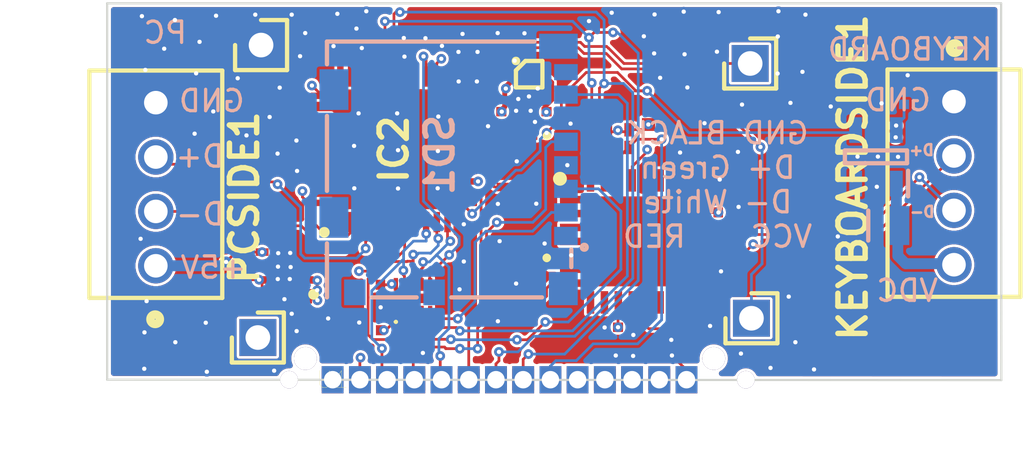
<source format=kicad_pcb>
(kicad_pcb (version 20171130) (host pcbnew "(5.1.6)-1")
  (layers (0 F.Cu signal hide) (1 PWR signal hide) (2 GND signal hide) (31 B.Cu signal hide) (34 B.Paste user hide) (35 F.Paste user hide) (36 B.SilkS user) (37 F.SilkS user hide) (38 B.Mask user hide) (39 F.Mask user) (44 Edge.Cuts user))
  (net 0 "")
  (net 1 GND)
  (net 2 +3V3)
  (net 3 VCC)
  (net 4 MCLR)
  (net 5 RXUSBH-PGRDATA)
  (net 6 "Net-(10uF1-Pad1)")
  (net 7 "Net-(16Mhz1-Pad3)")
  (net 8 "Net-(16Mhz1-Pad1)")
  (net 9 "Net-(16Mhz2-Pad3)")
  (net 10 "Net-(16Mhz2-Pad1)")
  (net 11 "Net-(1uF1-Pad2)")
  (net 12 +5V)
  (net 13 "Net-(22Ohm1-Pad2)")
  (net 14 D-AT)
  (net 15 "Net-(22Ohm2-Pad2)")
  (net 16 D+AT)
  (net 17 TXUSBH-PGRCLK)
  (net 18 NRFTX)
  (net 19 NRFRX)
  (net 20 RST)
  (net 21 MISO)
  (net 22 MOSI)
  (net 23 SCLK)
  (net 24 SS)
  (net 25 D-US)
  (net 26 D+US)
  (net 27 DO)
  (net 28 CLK)
  (net 29 DI)
  (net 30 CS)
  (net 31 D11)
  (net 32 VDC)
  (net 33 "Net-(IC2-Pad42)")
  (net 34 "Net-(IC2-Pad41)")
  (net 35 "Net-(IC2-Pad40)")
  (net 36 "Net-(IC2-Pad39)")
  (net 37 "Net-(IC2-Pad38)")
  (net 38 "Net-(IC2-Pad37)")
  (net 39 "Net-(IC2-Pad36)")
  (net 40 "Net-(IC2-Pad33)")
  (net 41 "Net-(IC2-Pad32)")
  (net 42 "Net-(IC2-Pad31)")
  (net 43 "Net-(IC2-Pad30)")
  (net 44 "Net-(IC2-Pad27)")
  (net 45 "Net-(IC2-Pad26)")
  (net 46 "Net-(IC2-Pad22)")
  (net 47 "Net-(IC2-Pad19)")
  (net 48 "Net-(IC2-Pad18)")
  (net 49 "Net-(IC2-Pad8)")
  (net 50 "Net-(IC2-Pad1)")
  (net 51 "Net-(IC3-Pad29)")
  (net 52 "Net-(IC3-Pad23)")
  (net 53 "Net-(IC3-Pad22)")
  (net 54 "Net-(IC3-Pad21)")
  (net 55 "Net-(IC3-Pad15)")
  (net 56 "Net-(IC3-Pad14)")
  (net 57 "Net-(IC3-Pad13)")
  (net 58 "Net-(IC3-Pad11)")
  (net 59 "Net-(IC3-Pad9)")
  (net 60 "Net-(IC3-Pad8)")
  (net 61 "Net-(IC3-Pad4)")
  (net 62 "Net-(IC3-Pad3)")
  (net 63 "Net-(IC3-Pad2)")
  (net 64 "Net-(IC3-Pad1)")
  (net 65 "Net-(KEYPWR1-Pad3)")
  (net 66 "Net-(SD1-Pad8)")
  (net 67 "Net-(SD1-Pad1)")
  (net 68 "Net-(U1-Pad13)")
  (net 69 "Net-(U1-Pad12)")
  (net 70 "Net-(U1-Pad11)")
  (net 71 "Net-(U1-Pad10)")
  (module SamacSys_Parts:BGA4C35P2X2_64X64X33 (layer F.Cu) (at 154.69 95.06)
    (fp_text reference IC4 hide)
    (fp_text value TCR5RG33A,LF hide)
    (pad B2 smd circle (at 0.175 0.175 90) (size 0.186 0.186) (layers F.Cu F.Paste F.Mask) (net 1 GND))
    (pad B1 smd circle (at -0.175 0.175 90) (size 0.186 0.186) (layers F.Cu F.Paste F.Mask) (net 3 VCC))
    (pad A2 smd circle (at 0.175 -0.175 90) (size 0.186 0.186) (layers F.Cu F.Paste F.Mask) (net 2 +3V3))
    (pad A1 smd circle (at -0.175 -0.175 90) (size 0.186 0.186) (layers F.Cu F.Paste F.Mask) (net 3 VCC))
  )
  (module SamacSys_Parts:1040310811 (layer B.Cu) (at 156.655 99.51 270)
    (fp_text reference SD1 (at -0.679 6.139 90) (layer B.SilkS) (effects (font (size 1.27 1.27) (thickness 0.254)) (justify mirror)))
    (fp_text value 104031-0811 hide)
    (pad 14 smd rect (at 5.565 0.375 180) (size 1.35 1.55) (layers B.Cu B.Paste B.Mask))
    (pad 13 smd rect (at 5.74 6.4 180) (size 1 1.2) (layers B.Cu B.Paste B.Mask))
    (pad 12 smd rect (at 5.74 10.1 180) (size 1 1.2) (layers B.Cu B.Paste B.Mask))
    (pad 11 smd rect (at 2.24 11.075 180) (size 1.35 1.9) (layers B.Cu B.Paste B.Mask))
    (pad 10 smd rect (at -3.73 11.075 180) (size 1.35 1.9) (layers B.Cu B.Paste B.Mask))
    (pad 9 smd rect (at -5.755 0.6 270) (size 1.17 1.8) (layers B.Cu B.Paste B.Mask))
    (pad 8 smd rect (at -4.545 0.25 270) (size 0.75 1.1) (layers B.Cu B.Paste B.Mask) (net 66 "Net-(SD1-Pad8)"))
    (pad 7 smd rect (at -3.495 0.25 270) (size 0.85 1.1) (layers B.Cu B.Paste B.Mask) (net 27 DO))
    (pad 6 smd rect (at -2.395 0.25 270) (size 0.85 1.1) (layers B.Cu B.Paste B.Mask) (net 1 GND))
    (pad 5 smd rect (at -1.295 0.25 270) (size 0.85 1.1) (layers B.Cu B.Paste B.Mask) (net 28 CLK))
    (pad 4 smd rect (at -0.195 0.25 270) (size 0.85 1.1) (layers B.Cu B.Paste B.Mask) (net 2 +3V3))
    (pad 3 smd rect (at 0.905 0.25 270) (size 0.85 1.1) (layers B.Cu B.Paste B.Mask) (net 29 DI))
    (pad 2 smd rect (at 2.005 0.25 270) (size 0.85 1.1) (layers B.Cu B.Paste B.Mask) (net 30 CS))
    (pad 1 smd rect (at 3.105 0.25 270) (size 0.85 1.1) (layers B.Cu B.Paste B.Mask) (net 67 "Net-(SD1-Pad1)"))
  )
  (module SamacSys_Parts:1725672-4-2.54 (layer F.Cu) (at 137.27 104.01 90)
    (fp_text reference PCSIDE1 (at 3.19 4.13 90) (layer F.SilkS) (effects (font (size 1.27 1.27) (thickness 0.254))))
    (fp_text value 1725672 hide)
    (pad 4 thru_hole circle (at 7.62 0 90) (size 1.65 1.65) (drill 1.1) (layers *.Cu *.Mask) (net 1 GND))
    (pad 3 thru_hole circle (at 5.08 0 90) (size 1.65 1.65) (drill 1.1) (layers *.Cu *.Mask) (net 16 D+AT))
    (pad 2 thru_hole circle (at 2.54 0 90) (size 1.65 1.65) (drill 1.1) (layers *.Cu *.Mask) (net 14 D-AT))
    (pad 1 thru_hole circle (at 0 0 90) (size 1.65 1.65) (drill 1.1) (layers *.Cu *.Mask) (net 12 +5V))
  )
  (module SamacSys_Parts:1725672-4-2.54 (layer F.Cu) (at 174.51 96.34 270)
    (fp_text reference KEYBOARDSIDE1 (at 3.54 4.72 90) (layer F.SilkS) (effects (font (size 1.27 1.27) (thickness 0.254))))
    (fp_text value 1725672 hide)
    (pad 4 thru_hole circle (at 7.62 0 270) (size 1.65 1.65) (drill 1.1) (layers *.Cu *.Mask) (net 32 VDC))
    (pad 3 thru_hole circle (at 5.08 0 270) (size 1.65 1.65) (drill 1.1) (layers *.Cu *.Mask) (net 25 D-US))
    (pad 2 thru_hole circle (at 2.54 0 270) (size 1.65 1.65) (drill 1.1) (layers *.Cu *.Mask) (net 26 D+US))
    (pad 1 thru_hole circle (at 0 0 270) (size 1.65 1.65) (drill 1.1) (layers *.Cu *.Mask) (net 1 GND))
  )
  (module SamacSys_Parts:CAPC3216X180N (layer B.Cu) (at 170.51 102.13 180)
    (fp_text reference C1 hide)
    (fp_text value GRM31CR60J157ME11L hide)
    (pad 2 smd rect (at 1.38 0 180) (size 1.07 1.82) (layers B.Cu B.Paste B.Mask) (net 1 GND))
    (pad 1 smd rect (at -1.38 0 180) (size 1.07 1.82) (layers B.Cu B.Paste B.Mask) (net 32 VDC))
  )
  (module SamacSys_Parts:SOT95P280X145-5N (layer B.Cu) (at 170.87 98.92 90)
    (fp_text reference KEYPWR1 hide)
    (fp_text value TPS2041CDBVT hide)
    (pad 5 smd rect (at 1.25 0.95) (size 0.6 1.2) (layers B.Cu B.Paste B.Mask) (net 3 VCC))
    (pad 4 smd rect (at 1.25 -0.95) (size 0.6 1.2) (layers B.Cu B.Paste B.Mask) (net 31 D11))
    (pad 3 smd rect (at -1.25 -0.95) (size 0.6 1.2) (layers B.Cu B.Paste B.Mask) (net 65 "Net-(KEYPWR1-Pad3)"))
    (pad 2 smd rect (at -1.25 0) (size 0.6 1.2) (layers B.Cu B.Paste B.Mask) (net 1 GND))
    (pad 1 smd rect (at -1.25 0.95) (size 0.6 1.2) (layers B.Cu B.Paste B.Mask) (net 32 VDC))
  )
  (module SamacSys_Parts:CAPC0603X33N (layer B.Cu) (at 171.845 96.47 180)
    (fp_text reference 0.1uF5 hide)
    (fp_text value 02016D104KAT2A hide)
    (pad 2 smd rect (at 0.335 0 90) (size 0.44 0.47) (layers B.Cu B.Paste B.Mask) (net 1 GND))
    (pad 1 smd rect (at -0.335 0 90) (size 0.44 0.47) (layers B.Cu B.Paste B.Mask) (net 3 VCC))
  )
  (module SamacSys_Parts:HDRV1W66P0X254_1X1_213X234X813P (layer F.Cu) (at 165 94.56)
    (fp_text reference TX1 hide)
    (fp_text value 4-103327-3 hide)
    (pad 1 thru_hole rect (at 0 0) (size 1.725 1.725) (drill 1.15) (layers *.Cu *.Mask) (net 18 NRFTX))
  )
  (module SamacSys_Parts:HDRV1W66P0X254_1X1_213X234X813P (layer F.Cu) (at 165.06 106.46)
    (fp_text reference RX1 hide)
    (fp_text value 4-103327-3 hide)
    (pad 1 thru_hole rect (at 0 0) (size 1.725 1.725) (drill 1.15) (layers *.Cu *.Mask) (net 19 NRFRX))
  )
  (module SamacSys_Parts:TXB0104RUTR (layer F.Cu) (at 149.27 105.53)
    (fp_text reference IC5 hide)
    (fp_text value TXB0104RUTR_0 hide)
    (pad 13 smd rect (at -1 0.425 90) (size 0.15 0.2) (layers F.Cu F.Paste F.Mask) (net 2 +3V3))
    (pad 12 smd rect (at -0.8 0 90) (size 0.2 0.6) (layers F.Cu F.Paste F.Mask) (net 2 +3V3))
    (pad 11 smd rect (at -0.8 -0.65) (size 0.2 0.6) (layers F.Cu F.Paste F.Mask) (net 3 VCC))
    (pad 10 smd rect (at -0.4 -0.65) (size 0.2 0.6) (layers F.Cu F.Paste F.Mask) (net 23 SCLK))
    (pad 9 smd rect (at 0 -0.65) (size 0.2 0.6) (layers F.Cu F.Paste F.Mask) (net 22 MOSI))
    (pad 8 smd rect (at 0.4 -0.65) (size 0.2 0.6) (layers F.Cu F.Paste F.Mask) (net 21 MISO))
    (pad 7 smd rect (at 0.8 -0.65) (size 0.2 0.6) (layers F.Cu F.Paste F.Mask) (net 24 SS))
    (pad 6 smd rect (at 0.8 0 90) (size 0.2 0.6) (layers F.Cu F.Paste F.Mask) (net 1 GND))
    (pad 5 smd rect (at 0.8 0.65) (size 0.2 0.6) (layers F.Cu F.Paste F.Mask) (net 30 CS))
    (pad 4 smd rect (at 0.4 0.65) (size 0.2 0.6) (layers F.Cu F.Paste F.Mask) (net 27 DO))
    (pad 3 smd rect (at 0 0.65) (size 0.2 0.6) (layers F.Cu F.Paste F.Mask) (net 29 DI))
    (pad 2 smd rect (at -0.4 0.65) (size 0.2 0.6) (layers F.Cu F.Paste F.Mask) (net 28 CLK))
    (pad 1 smd rect (at -0.8 0.65) (size 0.2 0.6) (layers F.Cu F.Paste F.Mask) (net 2 +3V3))
  )
  (module SamacSys_Parts:HDRV1W66P0X254_1X1_213X234X813P (layer F.Cu) (at 142.18 93.7)
    (fp_text reference GND1 hide)
    (fp_text value 4-103327-3 hide)
    (pad 1 thru_hole rect (at 0 0) (size 1.725 1.725) (drill 1.15) (layers *.Cu *.Mask) (net 1 GND))
  )
  (module SamacSys_Parts:HDRV1W66P0X254_1X1_213X234X813P (layer F.Cu) (at 142.03 107.36)
    (fp_text reference 5V+1 hide)
    (fp_text value 4-103327-3 hide)
    (pad 1 thru_hole rect (at 0 0) (size 1.725 1.725) (drill 1.15) (layers *.Cu *.Mask) (net 12 +5V))
  )
  (module SamacSys_Parts:CAPC0603X33N (layer F.Cu) (at 155.165 96.81)
    (fp_text reference 1uF4 hide)
    (fp_text value GRM033C80J105ME05D hide)
    (pad 2 smd rect (at 0.335 0 90) (size 0.44 0.47) (layers F.Cu F.Paste F.Mask) (net 2 +3V3))
    (pad 1 smd rect (at -0.335 0 90) (size 0.44 0.47) (layers F.Cu F.Paste F.Mask) (net 1 GND))
  )
  (module SamacSys_Parts:CAPC0603X33N (layer F.Cu) (at 148.08 102.98)
    (fp_text reference 1uF1 hide)
    (fp_text value GRM033C80J105ME05D hide)
    (pad 2 smd rect (at 0.335 0 90) (size 0.44 0.47) (layers F.Cu F.Paste F.Mask) (net 11 "Net-(1uF1-Pad2)"))
    (pad 1 smd rect (at -0.335 0 90) (size 0.44 0.47) (layers F.Cu F.Paste F.Mask) (net 1 GND))
  )
  (module SamacSys_Parts:CAPC0603X33N (layer F.Cu) (at 158.5 106.88)
    (fp_text reference 0.1uF3 hide)
    (fp_text value GRM033C80J105ME05D hide)
    (pad 2 smd rect (at 0.335 0 90) (size 0.44 0.47) (layers F.Cu F.Paste F.Mask) (net 2 +3V3))
    (pad 1 smd rect (at -0.335 0 90) (size 0.44 0.47) (layers F.Cu F.Paste F.Mask) (net 1 GND))
  )
  (module SamacSys_Parts:EC14-2AP (layer F.Cu) (at 145.52 109.33)
    (fp_text reference U1 (at 0 0) (layer F.SilkS) (effects (font (size 0.787402 0.787402) (thickness 0.015))))
    (fp_text value EC14-2AP)
    (fp_poly (pts (xy -0.507 0.634) (xy -0.507 -0.634) (xy 0.507 -0.634) (xy 0.507 0.634)) (layer F.Cu) (width 0.002))
    (fp_poly (pts (xy -0.507 0.634) (xy -0.507 -0.634) (xy 0.507 -0.634) (xy 0.507 0.634)) (layer B.Cu) (width 0.002))
    (fp_poly (pts (xy 0.763 0.634) (xy 0.763 -0.634) (xy 1.777 -0.634) (xy 1.777 0.634)) (layer F.Cu) (width 0.002))
    (fp_poly (pts (xy 0.763 0.634) (xy 0.763 -0.634) (xy 1.777 -0.634) (xy 1.777 0.634)) (layer B.Cu) (width 0.002))
    (fp_poly (pts (xy 2.033 0.634) (xy 2.033 -0.634) (xy 3.047 -0.634) (xy 3.047 0.634)) (layer F.Cu) (width 0.002))
    (fp_poly (pts (xy 2.033 0.634) (xy 2.033 -0.634) (xy 3.047 -0.634) (xy 3.047 0.634)) (layer B.Cu) (width 0.002))
    (fp_poly (pts (xy 3.303 0.634) (xy 3.303 -0.634) (xy 4.317 -0.634) (xy 4.317 0.634)) (layer F.Cu) (width 0.002))
    (fp_poly (pts (xy 3.303 0.634) (xy 3.303 -0.634) (xy 4.317 -0.634) (xy 4.317 0.634)) (layer B.Cu) (width 0.002))
    (fp_poly (pts (xy 4.573 0.634) (xy 4.573 -0.634) (xy 5.587 -0.634) (xy 5.587 0.634)) (layer F.Cu) (width 0.002))
    (fp_poly (pts (xy 4.573 0.634) (xy 4.573 -0.634) (xy 5.587 -0.634) (xy 5.587 0.634)) (layer B.Cu) (width 0.002))
    (fp_poly (pts (xy 5.843 0.634) (xy 5.843 -0.634) (xy 6.857 -0.634) (xy 6.857 0.634)) (layer F.Cu) (width 0.002))
    (fp_poly (pts (xy 5.843 0.634) (xy 5.843 -0.634) (xy 6.857 -0.634) (xy 6.857 0.634)) (layer B.Cu) (width 0.002))
    (fp_poly (pts (xy 7.113 0.634) (xy 7.113 -0.634) (xy 8.127 -0.634) (xy 8.127 0.634)) (layer F.Cu) (width 0.002))
    (fp_poly (pts (xy 7.113 0.634) (xy 7.113 -0.634) (xy 8.127 -0.634) (xy 8.127 0.634)) (layer B.Cu) (width 0.002))
    (fp_poly (pts (xy 8.383 0.634) (xy 8.383 -0.634) (xy 9.397 -0.634) (xy 9.397 0.634)) (layer F.Cu) (width 0.002))
    (fp_poly (pts (xy 8.383 0.634) (xy 8.383 -0.634) (xy 9.397 -0.634) (xy 9.397 0.634)) (layer B.Cu) (width 0.002))
    (fp_poly (pts (xy 9.653 0.634) (xy 9.653 -0.634) (xy 10.667 -0.634) (xy 10.667 0.634)) (layer F.Cu) (width 0.002))
    (fp_poly (pts (xy 9.653 0.634) (xy 9.653 -0.634) (xy 10.667 -0.634) (xy 10.667 0.634)) (layer B.Cu) (width 0.002))
    (fp_poly (pts (xy 10.923 0.634) (xy 10.923 -0.634) (xy 11.937 -0.634) (xy 11.937 0.634)) (layer F.Cu) (width 0.002))
    (fp_poly (pts (xy 10.923 0.634) (xy 10.923 -0.634) (xy 11.937 -0.634) (xy 11.937 0.634)) (layer B.Cu) (width 0.002))
    (fp_poly (pts (xy 12.193 0.634) (xy 12.193 -0.634) (xy 13.207 -0.634) (xy 13.207 0.634)) (layer F.Cu) (width 0.002))
    (fp_poly (pts (xy 12.193 0.634) (xy 12.193 -0.634) (xy 13.207 -0.634) (xy 13.207 0.634)) (layer B.Cu) (width 0.002))
    (fp_poly (pts (xy 13.463 0.634) (xy 13.463 -0.634) (xy 14.477 -0.634) (xy 14.477 0.634)) (layer F.Cu) (width 0.002))
    (fp_poly (pts (xy 13.463 0.634) (xy 13.463 -0.634) (xy 14.477 -0.634) (xy 14.477 0.634)) (layer B.Cu) (width 0.002))
    (fp_poly (pts (xy 14.733 0.634) (xy 14.733 -0.634) (xy 15.747 -0.634) (xy 15.747 0.634)) (layer F.Cu) (width 0.002))
    (fp_poly (pts (xy 14.733 0.634) (xy 14.733 -0.634) (xy 15.747 -0.634) (xy 15.747 0.634)) (layer B.Cu) (width 0.002))
    (fp_poly (pts (xy 16.003 0.634) (xy 16.003 -0.634) (xy 17.017 -0.634) (xy 17.017 0.634)) (layer F.Cu) (width 0.002))
    (fp_poly (pts (xy 16.003 0.634) (xy 16.003 -0.634) (xy 17.017 -0.634) (xy 17.017 0.634)) (layer B.Cu) (width 0.002))
    (pad 18 thru_hole circle (at 17.78 -0.991) (size 1.067 1.067) (drill 1.067) (layers *.Cu *.Mask))
    (pad 17 thru_hole circle (at 19.279 0) (size 0.813 0.813) (drill 0.813) (layers *.Cu *.Mask))
    (pad 16 thru_hole circle (at -2.032 0) (size 0.813 0.813) (drill 0.813) (layers *.Cu *.Mask))
    (pad 15 thru_hole circle (at -1.27 -0.991) (size 1.067 1.067) (drill 1.067) (layers *.Cu *.Mask))
    (pad 14 thru_hole rect (at 16.51 0) (size 1.016 1.016) (drill 0.813) (layers *.Cu) (net 1 GND))
    (pad 13 thru_hole rect (at 15.24 0) (size 1.016 1.016) (drill 0.813) (layers *.Cu) (net 68 "Net-(U1-Pad13)"))
    (pad 12 thru_hole rect (at 13.97 0) (size 1.016 1.016) (drill 0.813) (layers *.Cu) (net 69 "Net-(U1-Pad12)"))
    (pad 11 thru_hole rect (at 12.7 0) (size 1.016 1.016) (drill 0.813) (layers *.Cu) (net 70 "Net-(U1-Pad11)"))
    (pad 10 thru_hole rect (at 11.43 0) (size 1.016 1.016) (drill 0.813) (layers *.Cu) (net 71 "Net-(U1-Pad10)"))
    (pad 9 thru_hole rect (at 10.16 0) (size 1.016 1.016) (drill 0.813) (layers *.Cu) (net 4 MCLR))
    (pad 8 thru_hole rect (at 8.89 0) (size 1.016 1.016) (drill 0.813) (layers *.Cu) (net 17 TXUSBH-PGRCLK))
    (pad 7 thru_hole rect (at 7.62 0) (size 1.016 1.016) (drill 0.813) (layers *.Cu) (net 5 RXUSBH-PGRDATA))
    (pad 6 thru_hole rect (at 6.35 0) (size 1.016 1.016) (drill 0.813) (layers *.Cu) (net 20 RST))
    (pad 5 thru_hole rect (at 5.08 0) (size 1.016 1.016) (drill 0.813) (layers *.Cu) (net 21 MISO))
    (pad 4 thru_hole rect (at 3.81 0) (size 1.016 1.016) (drill 0.813) (layers *.Cu) (net 22 MOSI))
    (pad 3 thru_hole rect (at 2.54 0) (size 1.016 1.016) (drill 0.813) (layers *.Cu) (net 23 SCLK))
    (pad 2 thru_hole rect (at 1.27 0) (size 1.016 1.016) (drill 0.813) (layers *.Cu) (net 2 +3V3))
    (pad 1 thru_hole rect (at 0 0) (size 1.016 1.016) (drill 0.813) (layers *.Cu) (net 3 VCC))
  )
  (module SamacSys_Parts:SON65P200X200X80-7N (layer F.Cu) (at 143.28 104.02 180)
    (fp_text reference PS1 hide)
    (fp_text value LP5912-5.0DRVR hide)
    (pad 7 smd rect (at 0 0 180) (size 1.1 1.7) (layers F.Cu F.Paste F.Mask) (net 1 GND))
    (pad 6 smd rect (at 1.05 -0.65 270) (size 0.35 0.6) (layers F.Cu F.Paste F.Mask) (net 12 +5V))
    (pad 5 smd rect (at 1.05 0 270) (size 0.35 0.6) (layers F.Cu F.Paste F.Mask) (net 1 GND))
    (pad 4 smd rect (at 1.05 0.65 270) (size 0.35 0.6) (layers F.Cu F.Paste F.Mask) (net 12 +5V))
    (pad 3 smd rect (at -1.05 0.65 270) (size 0.35 0.6) (layers F.Cu F.Paste F.Mask) (net 1 GND))
    (pad 2 smd rect (at -1.05 0 270) (size 0.35 0.6) (layers F.Cu F.Paste F.Mask) (net 1 GND))
    (pad 1 smd rect (at -1.05 -0.65 270) (size 0.35 0.6) (layers F.Cu F.Paste F.Mask) (net 3 VCC))
  )
  (module SamacSys_Parts:QFN65P600X600X100-29N-D (layer F.Cu) (at 159.5 102.87)
    (fp_text reference IC3 hide)
    (fp_text value PIC24FJ64GB002-I_ML hide)
    (pad 29 smd rect (at 0 0) (size 4.2 4.2) (layers F.Cu F.Paste F.Mask) (net 51 "Net-(IC3-Pad29)"))
    (pad 28 smd rect (at -1.95 -2.85) (size 0.35 1.05) (layers F.Cu F.Paste F.Mask) (net 17 TXUSBH-PGRCLK))
    (pad 27 smd rect (at -1.3 -2.85) (size 0.35 1.05) (layers F.Cu F.Paste F.Mask) (net 5 RXUSBH-PGRDATA))
    (pad 26 smd rect (at -0.65 -2.85) (size 0.35 1.05) (layers F.Cu F.Paste F.Mask) (net 4 MCLR))
    (pad 25 smd rect (at 0 -2.85) (size 0.35 1.05) (layers F.Cu F.Paste F.Mask) (net 2 +3V3))
    (pad 24 smd rect (at 0.65 -2.85) (size 0.35 1.05) (layers F.Cu F.Paste F.Mask) (net 1 GND))
    (pad 23 smd rect (at 1.3 -2.85) (size 0.35 1.05) (layers F.Cu F.Paste F.Mask) (net 52 "Net-(IC3-Pad23)"))
    (pad 22 smd rect (at 1.95 -2.85) (size 0.35 1.05) (layers F.Cu F.Paste F.Mask) (net 53 "Net-(IC3-Pad22)"))
    (pad 21 smd rect (at 2.85 -1.95 90) (size 0.35 1.05) (layers F.Cu F.Paste F.Mask) (net 54 "Net-(IC3-Pad21)"))
    (pad 20 smd rect (at 2.85 -1.3 90) (size 0.35 1.05) (layers F.Cu F.Paste F.Mask) (net 2 +3V3))
    (pad 19 smd rect (at 2.85 -0.65 90) (size 0.35 1.05) (layers F.Cu F.Paste F.Mask) (net 25 D-US))
    (pad 18 smd rect (at 2.85 0 90) (size 0.35 1.05) (layers F.Cu F.Paste F.Mask) (net 26 D+US))
    (pad 17 smd rect (at 2.85 0.65 90) (size 0.35 1.05) (layers F.Cu F.Paste F.Mask) (net 6 "Net-(10uF1-Pad1)"))
    (pad 16 smd rect (at 2.85 1.3 90) (size 0.35 1.05) (layers F.Cu F.Paste F.Mask) (net 1 GND))
    (pad 15 smd rect (at 2.85 1.95 90) (size 0.35 1.05) (layers F.Cu F.Paste F.Mask) (net 55 "Net-(IC3-Pad15)"))
    (pad 14 smd rect (at 1.95 2.85) (size 0.35 1.05) (layers F.Cu F.Paste F.Mask) (net 56 "Net-(IC3-Pad14)"))
    (pad 13 smd rect (at 1.3 2.85) (size 0.35 1.05) (layers F.Cu F.Paste F.Mask) (net 57 "Net-(IC3-Pad13)"))
    (pad 12 smd rect (at 0.65 2.85) (size 0.35 1.05) (layers F.Cu F.Paste F.Mask) (net 3 VCC))
    (pad 11 smd rect (at 0 2.85) (size 0.35 1.05) (layers F.Cu F.Paste F.Mask) (net 58 "Net-(IC3-Pad11)"))
    (pad 10 smd rect (at -0.65 2.85) (size 0.35 1.05) (layers F.Cu F.Paste F.Mask) (net 2 +3V3))
    (pad 9 smd rect (at -1.3 2.85) (size 0.35 1.05) (layers F.Cu F.Paste F.Mask) (net 59 "Net-(IC3-Pad9)"))
    (pad 8 smd rect (at -1.95 2.85) (size 0.35 1.05) (layers F.Cu F.Paste F.Mask) (net 60 "Net-(IC3-Pad8)"))
    (pad 7 smd rect (at -2.85 1.95 90) (size 0.35 1.05) (layers F.Cu F.Paste F.Mask) (net 9 "Net-(16Mhz2-Pad3)"))
    (pad 6 smd rect (at -2.85 1.3 90) (size 0.35 1.05) (layers F.Cu F.Paste F.Mask) (net 10 "Net-(16Mhz2-Pad1)"))
    (pad 5 smd rect (at -2.85 0.65 90) (size 0.35 1.05) (layers F.Cu F.Paste F.Mask) (net 1 GND))
    (pad 4 smd rect (at -2.85 0 90) (size 0.35 1.05) (layers F.Cu F.Paste F.Mask) (net 61 "Net-(IC3-Pad4)"))
    (pad 3 smd rect (at -2.85 -0.65 90) (size 0.35 1.05) (layers F.Cu F.Paste F.Mask) (net 62 "Net-(IC3-Pad3)"))
    (pad 2 smd rect (at -2.85 -1.3 90) (size 0.35 1.05) (layers F.Cu F.Paste F.Mask) (net 63 "Net-(IC3-Pad2)"))
    (pad 1 smd rect (at -2.85 -1.95 90) (size 0.35 1.05) (layers F.Cu F.Paste F.Mask) (net 64 "Net-(IC3-Pad1)"))
  )
  (module SamacSys_Parts:QFN50P700X700X100-45N-D (layer F.Cu) (at 148.38 98.57 90)
    (fp_text reference IC2 (at 0 0 90) (layer F.SilkS) (effects (font (size 1.27 1.27) (thickness 0.254))))
    (fp_text value ATMEGA32U4-MU hide)
    (pad 45 smd rect (at 0 0 90) (size 5.4 5.4) (layers F.Cu F.Paste F.Mask) (net 1 GND))
    (pad 44 smd rect (at -2.5 -3.4 90) (size 0.3 0.95) (layers F.Cu F.Paste F.Mask) (net 3 VCC))
    (pad 43 smd rect (at -2 -3.4 90) (size 0.3 0.95) (layers F.Cu F.Paste F.Mask) (net 1 GND))
    (pad 42 smd rect (at -1.5 -3.4 90) (size 0.3 0.95) (layers F.Cu F.Paste F.Mask) (net 33 "Net-(IC2-Pad42)"))
    (pad 41 smd rect (at -1 -3.4 90) (size 0.3 0.95) (layers F.Cu F.Paste F.Mask) (net 34 "Net-(IC2-Pad41)"))
    (pad 40 smd rect (at -0.5 -3.4 90) (size 0.3 0.95) (layers F.Cu F.Paste F.Mask) (net 35 "Net-(IC2-Pad40)"))
    (pad 39 smd rect (at 0 -3.4 90) (size 0.3 0.95) (layers F.Cu F.Paste F.Mask) (net 36 "Net-(IC2-Pad39)"))
    (pad 38 smd rect (at 0.5 -3.4 90) (size 0.3 0.95) (layers F.Cu F.Paste F.Mask) (net 37 "Net-(IC2-Pad38)"))
    (pad 37 smd rect (at 1 -3.4 90) (size 0.3 0.95) (layers F.Cu F.Paste F.Mask) (net 38 "Net-(IC2-Pad37)"))
    (pad 36 smd rect (at 1.5 -3.4 90) (size 0.3 0.95) (layers F.Cu F.Paste F.Mask) (net 39 "Net-(IC2-Pad36)"))
    (pad 35 smd rect (at 2 -3.4 90) (size 0.3 0.95) (layers F.Cu F.Paste F.Mask) (net 1 GND))
    (pad 34 smd rect (at 2.5 -3.4 90) (size 0.3 0.95) (layers F.Cu F.Paste F.Mask) (net 3 VCC))
    (pad 33 smd rect (at 3.4 -2.5 180) (size 0.3 0.95) (layers F.Cu F.Paste F.Mask) (net 40 "Net-(IC2-Pad33)"))
    (pad 32 smd rect (at 3.4 -2 180) (size 0.3 0.95) (layers F.Cu F.Paste F.Mask) (net 41 "Net-(IC2-Pad32)"))
    (pad 31 smd rect (at 3.4 -1.5 180) (size 0.3 0.95) (layers F.Cu F.Paste F.Mask) (net 42 "Net-(IC2-Pad31)"))
    (pad 30 smd rect (at 3.4 -1 180) (size 0.3 0.95) (layers F.Cu F.Paste F.Mask) (net 43 "Net-(IC2-Pad30)"))
    (pad 29 smd rect (at 3.4 -0.5 180) (size 0.3 0.95) (layers F.Cu F.Paste F.Mask) (net 17 TXUSBH-PGRCLK))
    (pad 28 smd rect (at 3.4 0 180) (size 0.3 0.95) (layers F.Cu F.Paste F.Mask) (net 5 RXUSBH-PGRDATA))
    (pad 27 smd rect (at 3.4 0.5 180) (size 0.3 0.95) (layers F.Cu F.Paste F.Mask) (net 44 "Net-(IC2-Pad27)"))
    (pad 26 smd rect (at 3.4 1 180) (size 0.3 0.95) (layers F.Cu F.Paste F.Mask) (net 45 "Net-(IC2-Pad26)"))
    (pad 25 smd rect (at 3.4 1.5 180) (size 0.3 0.95) (layers F.Cu F.Paste F.Mask) (net 24 SS))
    (pad 24 smd rect (at 3.4 2 180) (size 0.3 0.95) (layers F.Cu F.Paste F.Mask) (net 3 VCC))
    (pad 23 smd rect (at 3.4 2.5 180) (size 0.3 0.95) (layers F.Cu F.Paste F.Mask) (net 1 GND))
    (pad 22 smd rect (at 2.5 3.4 90) (size 0.3 0.95) (layers F.Cu F.Paste F.Mask) (net 46 "Net-(IC2-Pad22)"))
    (pad 21 smd rect (at 2 3.4 90) (size 0.3 0.95) (layers F.Cu F.Paste F.Mask) (net 18 NRFTX))
    (pad 20 smd rect (at 1.5 3.4 90) (size 0.3 0.95) (layers F.Cu F.Paste F.Mask) (net 19 NRFRX))
    (pad 19 smd rect (at 1 3.4 90) (size 0.3 0.95) (layers F.Cu F.Paste F.Mask) (net 47 "Net-(IC2-Pad19)"))
    (pad 18 smd rect (at 0.5 3.4 90) (size 0.3 0.95) (layers F.Cu F.Paste F.Mask) (net 48 "Net-(IC2-Pad18)"))
    (pad 17 smd rect (at 0 3.4 90) (size 0.3 0.95) (layers F.Cu F.Paste F.Mask) (net 8 "Net-(16Mhz1-Pad1)"))
    (pad 16 smd rect (at -0.5 3.4 90) (size 0.3 0.95) (layers F.Cu F.Paste F.Mask) (net 7 "Net-(16Mhz1-Pad3)"))
    (pad 15 smd rect (at -1 3.4 90) (size 0.3 0.95) (layers F.Cu F.Paste F.Mask) (net 1 GND))
    (pad 14 smd rect (at -1.5 3.4 90) (size 0.3 0.95) (layers F.Cu F.Paste F.Mask) (net 3 VCC))
    (pad 13 smd rect (at -2 3.4 90) (size 0.3 0.95) (layers F.Cu F.Paste F.Mask) (net 20 RST))
    (pad 12 smd rect (at -2.5 3.4 90) (size 0.3 0.95) (layers F.Cu F.Paste F.Mask) (net 31 D11))
    (pad 11 smd rect (at -3.4 2.5 180) (size 0.3 0.95) (layers F.Cu F.Paste F.Mask) (net 21 MISO))
    (pad 10 smd rect (at -3.4 2 180) (size 0.3 0.95) (layers F.Cu F.Paste F.Mask) (net 22 MOSI))
    (pad 9 smd rect (at -3.4 1.5 180) (size 0.3 0.95) (layers F.Cu F.Paste F.Mask) (net 23 SCLK))
    (pad 8 smd rect (at -3.4 1 180) (size 0.3 0.95) (layers F.Cu F.Paste F.Mask) (net 49 "Net-(IC2-Pad8)"))
    (pad 7 smd rect (at -3.4 0.5 180) (size 0.3 0.95) (layers F.Cu F.Paste F.Mask) (net 3 VCC))
    (pad 6 smd rect (at -3.4 0 180) (size 0.3 0.95) (layers F.Cu F.Paste F.Mask) (net 11 "Net-(1uF1-Pad2)"))
    (pad 5 smd rect (at -3.4 -0.5 180) (size 0.3 0.95) (layers F.Cu F.Paste F.Mask) (net 1 GND))
    (pad 4 smd rect (at -3.4 -1 180) (size 0.3 0.95) (layers F.Cu F.Paste F.Mask) (net 15 "Net-(22Ohm2-Pad2)"))
    (pad 3 smd rect (at -3.4 -1.5 180) (size 0.3 0.95) (layers F.Cu F.Paste F.Mask) (net 13 "Net-(22Ohm1-Pad2)"))
    (pad 2 smd rect (at -3.4 -2 180) (size 0.3 0.95) (layers F.Cu F.Paste F.Mask) (net 3 VCC))
    (pad 1 smd rect (at -3.4 -2.5 180) (size 0.3 0.95) (layers F.Cu F.Paste F.Mask) (net 50 "Net-(IC2-Pad1)"))
  )
  (module SamacSys_Parts:RESC0603X26N (layer F.Cu) (at 142.09 99.68 270)
    (fp_text reference 22Ohm2 hide)
    (fp_text value RC0201JR-7D22RL hide)
    (pad 2 smd rect (at 0.412 0) (size 0.4 0.625) (layers F.Cu F.Paste F.Mask) (net 15 "Net-(22Ohm2-Pad2)"))
    (pad 1 smd rect (at -0.412 0) (size 0.4 0.625) (layers F.Cu F.Paste F.Mask) (net 16 D+AT))
  )
  (module SamacSys_Parts:RESC0603X26N (layer F.Cu) (at 142.09 101.73 270)
    (fp_text reference 22Ohm1 hide)
    (fp_text value RC0201JR-7D22RL hide)
    (pad 2 smd rect (at 0.412 0) (size 0.4 0.625) (layers F.Cu F.Paste F.Mask) (net 13 "Net-(22Ohm1-Pad2)"))
    (pad 1 smd rect (at -0.412 0) (size 0.4 0.625) (layers F.Cu F.Paste F.Mask) (net 14 D-AT))
  )
  (module SamacSys_Parts:CAPC0603X33N (layer F.Cu) (at 153.725 96.81 180)
    (fp_text reference 1uF5 hide)
    (fp_text value GRM033C80J105ME05D hide)
    (pad 2 smd rect (at 0.335 0 270) (size 0.44 0.47) (layers F.Cu F.Paste F.Mask) (net 3 VCC))
    (pad 1 smd rect (at -0.335 0 270) (size 0.44 0.47) (layers F.Cu F.Paste F.Mask) (net 1 GND))
  )
  (module SamacSys_Parts:CAPC0603X33N (layer F.Cu) (at 142.51 105.55 180)
    (fp_text reference 1uF3 hide)
    (fp_text value GRM033C80J105ME05D hide)
    (pad 2 smd rect (at 0.335 0 270) (size 0.44 0.47) (layers F.Cu F.Paste F.Mask) (net 12 +5V))
    (pad 1 smd rect (at -0.335 0 270) (size 0.44 0.47) (layers F.Cu F.Paste F.Mask) (net 1 GND))
  )
  (module SamacSys_Parts:CAPC0603X33N (layer F.Cu) (at 143.99 105.55)
    (fp_text reference 1uF2 hide)
    (fp_text value GRM033C80J105ME05D hide)
    (pad 2 smd rect (at 0.335 0 90) (size 0.44 0.47) (layers F.Cu F.Paste F.Mask) (net 3 VCC))
    (pad 1 smd rect (at -0.335 0 90) (size 0.44 0.47) (layers F.Cu F.Paste F.Mask) (net 1 GND))
  )
  (module SamacSys_Parts:CSTNE16M0VH3C000R0 (layer F.Cu) (at 154.535 104.84 270)
    (fp_text reference 16Mhz2 hide)
    (fp_text value CSTNE16M0VH3C000R0 hide)
    (pad 3 smd rect (at 1.2 0.425 270) (size 0.4 1.9) (layers F.Cu F.Paste F.Mask) (net 9 "Net-(16Mhz2-Pad3)"))
    (pad 2 smd rect (at 0 0.425 270) (size 0.4 1.9) (layers F.Cu F.Paste F.Mask) (net 1 GND))
    (pad 1 smd rect (at -1.2 0.425 270) (size 0.4 1.9) (layers F.Cu F.Paste F.Mask) (net 10 "Net-(16Mhz2-Pad1)"))
  )
  (module SamacSys_Parts:CSTNE16M0VH3C000R0 (layer F.Cu) (at 154.545 99.13 270)
    (fp_text reference 16Mhz1 hide)
    (fp_text value CSTNE16M0VH3C000R0 hide)
    (pad 3 smd rect (at 1.2 0.425 270) (size 0.4 1.9) (layers F.Cu F.Paste F.Mask) (net 7 "Net-(16Mhz1-Pad3)"))
    (pad 2 smd rect (at 0 0.425 270) (size 0.4 1.9) (layers F.Cu F.Paste F.Mask) (net 1 GND))
    (pad 1 smd rect (at -1.2 0.425 270) (size 0.4 1.9) (layers F.Cu F.Paste F.Mask) (net 8 "Net-(16Mhz1-Pad1)"))
  )
  (module SamacSys_Parts:CAPC1005X55N (layer F.Cu) (at 160.26 96.95 90)
    (fp_text reference 10uF2 hide)
    (fp_text value GRM155C80J106ME11D hide)
    (pad 2 smd rect (at 0.46 0 90) (size 0.6 0.62) (layers F.Cu F.Paste F.Mask) (net 1 GND))
    (pad 1 smd rect (at -0.46 0 90) (size 0.6 0.62) (layers F.Cu F.Paste F.Mask) (net 2 +3V3))
  )
  (module SamacSys_Parts:CAPC1005X55N (layer F.Cu) (at 163.64 103.81 270)
    (fp_text reference 10uF1 hide)
    (fp_text value GRM155C80J106ME11D hide)
    (pad 2 smd rect (at 0.46 0 270) (size 0.6 0.62) (layers F.Cu F.Paste F.Mask) (net 1 GND))
    (pad 1 smd rect (at -0.46 0 270) (size 0.6 0.62) (layers F.Cu F.Paste F.Mask) (net 6 "Net-(10uF1-Pad1)"))
  )
  (module SamacSys_Parts:RESC0603X26N (layer F.Cu) (at 158.36 98.16 270)
    (fp_text reference 10KOhm1 hide)
    (fp_text value ERA-1AEB103C hide)
    (pad 2 smd rect (at 0.412 0) (size 0.4 0.625) (layers F.Cu F.Paste F.Mask) (net 5 RXUSBH-PGRDATA))
    (pad 1 smd rect (at -0.412 0) (size 0.4 0.625) (layers F.Cu F.Paste F.Mask) (net 2 +3V3))
  )
  (module SamacSys_Parts:RESC0603X26N (layer F.Cu) (at 159.33 98.07 90)
    (fp_text reference 10KOhm2 hide)
    (fp_text value ERA-1AEB103C hide)
    (pad 2 smd rect (at 0.412 0 180) (size 0.4 0.625) (layers F.Cu F.Paste F.Mask) (net 2 +3V3))
    (pad 1 smd rect (at -0.412 0 180) (size 0.4 0.625) (layers F.Cu F.Paste F.Mask) (net 4 MCLR))
  )
  (module SamacSys_Parts:CAPC0603X33N (layer F.Cu) (at 163.51 101.18 90)
    (fp_text reference 0.1uF4 hide)
    (fp_text value GRM033C80J105ME05D hide)
    (pad 2 smd rect (at 0.335 0 180) (size 0.44 0.47) (layers F.Cu F.Paste F.Mask) (net 1 GND))
    (pad 1 smd rect (at -0.335 0 180) (size 0.44 0.47) (layers F.Cu F.Paste F.Mask) (net 2 +3V3))
  )
  (module SamacSys_Parts:CAPC0603X33N (layer F.Cu) (at 147.75 105.23 270)
    (fp_text reference 0.1uF2 hide)
    (fp_text value 02016D104KAT2A hide)
    (pad 2 smd rect (at 0.335 0) (size 0.44 0.47) (layers F.Cu F.Paste F.Mask) (net 1 GND))
    (pad 1 smd rect (at -0.335 0) (size 0.44 0.47) (layers F.Cu F.Paste F.Mask) (net 3 VCC))
  )
  (module SamacSys_Parts:CAPC0603X33N (layer F.Cu) (at 147.76 106.685 90)
    (fp_text reference 0.1uF1 hide)
    (fp_text value 02016D104KAT2A hide)
    (pad 2 smd rect (at 0.335 0 180) (size 0.44 0.47) (layers F.Cu F.Paste F.Mask) (net 1 GND))
    (pad 1 smd rect (at -0.335 0 180) (size 0.44 0.47) (layers F.Cu F.Paste F.Mask) (net 2 +3V3))
  )
  (gr_text "GND BLACK\nD+ Green\nD- White\nVCC    RED\n" (at 163.48 100.23) (layer B.SilkS) (effects (font (size 1 1)) (justify mirror)))
  (gr_text PC (at 137.71 93.12) (layer B.SilkS) (effects (font (size 1 1)) (justify mirror)))
  (gr_text KEYBOARD (at 172.46 93.9) (layer B.SilkS) (effects (font (size 1 1)) (justify mirror)))
  (gr_text VDC (at 172.33 105.17) (layer B.SilkS) (effects (font (size 1 1)) (justify mirror)))
  (gr_text D- (at 173.03 101.49) (layer B.SilkS) (effects (font (size 0.5 0.5) (thickness 0.125)) (justify mirror)))
  (gr_text D+ (at 173 98.61) (layer B.SilkS) (effects (font (size 0.5 0.5) (thickness 0.125)) (justify mirror)))
  (gr_text D- (at 139.34 101.6) (layer B.SilkS) (effects (font (size 1 1)) (justify mirror)))
  (gr_text GND (at 171.9 96.27) (layer B.SilkS) (effects (font (size 1 1)) (justify mirror)))
  (gr_text +5V (at 139.96 104.09) (layer B.SilkS) (effects (font (size 1 1)) (justify mirror)))
  (gr_text D+ (at 139.32 98.9) (layer B.SilkS) (effects (font (size 1 1)) (justify mirror)))
  (gr_text GND (at 139.88 96.31) (layer B.SilkS) (effects (font (size 1 1)) (justify mirror)))
  (gr_line (start 135 91.75) (end 135 109.33) (layer Edge.Cuts) (width 0.1))
  (gr_line (start 176.71 91.75) (end 135 91.75) (layer Edge.Cuts) (width 0.1))
  (gr_line (start 176.72 109.35) (end 176.71 91.75) (layer Edge.Cuts) (width 0.1))
  (gr_line (start 135 109.33) (end 176.72 109.35) (layer Edge.Cuts) (width 0.1))
  (via (at 154.76 96.77) (size 0.45) (drill 0.2) (layers F.Cu B.Cu) (net 1))
  (via (at 154.08 96.77) (size 0.45) (drill 0.2) (layers F.Cu B.Cu) (net 1))
  (via (at 171.13 96.42) (size 0.45) (drill 0.2) (layers F.Cu B.Cu) (net 1))
  (via (at 170.91 100.32) (size 0.45) (drill 0.2) (layers F.Cu B.Cu) (net 1))
  (via (at 169.09 102.64) (size 0.45) (drill 0.2) (layers F.Cu B.Cu) (net 1))
  (via (at 156.65 103.52) (size 0.45) (drill 0.2) (layers F.Cu B.Cu) (net 1))
  (via (at 156.62 97.37) (size 0.45) (drill 0.2) (layers F.Cu B.Cu) (net 1))
  (via (at 150.45 97.04) (size 0.45) (drill 0.2) (layers F.Cu B.Cu) (net 1))
  (via (at 146.73 96.89) (size 0.45) (drill 0.2) (layers F.Cu B.Cu) (net 1))
  (via (at 148.53 96.89) (size 0.45) (drill 0.2) (layers F.Cu B.Cu) (net 1))
  (via (at 150.43 98.65) (size 0.45) (drill 0.2) (layers F.Cu B.Cu) (net 1))
  (via (at 146.52 98.41) (size 0.45) (drill 0.2) (layers F.Cu B.Cu) (net 1))
  (via (at 148.57 98.61) (size 0.45) (drill 0.2) (layers F.Cu B.Cu) (net 1))
  (via (at 148.57 100.4) (size 0.45) (drill 0.2) (layers F.Cu B.Cu) (net 1))
  (via (at 150.42 100.39) (size 0.45) (drill 0.2) (layers F.Cu B.Cu) (net 1))
  (via (at 146.53 100.39) (size 0.45) (drill 0.2) (layers F.Cu B.Cu) (net 1))
  (via (at 158.21 106.89) (size 0.45) (drill 0.2) (layers F.Cu B.Cu) (net 1))
  (via (at 154.08 104.84) (size 0.45) (drill 0.2) (layers F.Cu B.Cu) (net 1))
  (via (at 154.11 99.13) (size 0.45) (drill 0.2) (layers F.Cu B.Cu) (net 1))
  (via (at 143.54 103.41) (size 0.45) (drill 0.2) (layers F.Cu B.Cu) (net 1))
  (via (at 142.98 103.42) (size 0.45) (drill 0.2) (layers F.Cu B.Cu) (net 1))
  (via (at 142.97 104.05) (size 0.45) (drill 0.2) (layers F.Cu B.Cu) (net 1))
  (via (at 143.56 104.07) (size 0.45) (drill 0.2) (layers F.Cu B.Cu) (net 1))
  (via (at 143.52 104.63) (size 0.45) (drill 0.2) (layers F.Cu B.Cu) (net 1))
  (via (at 142.96 104.63) (size 0.45) (drill 0.2) (layers F.Cu B.Cu) (net 1))
  (segment (start 147.745 102.105) (end 147.88 101.97) (width 0.127) (layer F.Cu) (net 1))
  (segment (start 147.745 102.98) (end 147.745 102.105) (width 0.127) (layer F.Cu) (net 1))
  (via (at 143.27 105.57) (size 0.45) (drill 0.2) (layers F.Cu B.Cu) (net 1))
  (segment (start 143.655 105.55) (end 143.29 105.55) (width 0.127) (layer F.Cu) (net 1))
  (segment (start 143.29 105.55) (end 143.27 105.57) (width 0.127) (layer F.Cu) (net 1))
  (segment (start 143.25 105.55) (end 143.27 105.57) (width 0.127) (layer F.Cu) (net 1))
  (segment (start 142.845 105.55) (end 143.25 105.55) (width 0.127) (layer F.Cu) (net 1))
  (segment (start 162.45 104.27) (end 162.35 104.17) (width 0.127) (layer F.Cu) (net 1))
  (segment (start 163.64 104.27) (end 163.64 104.27) (width 0.127) (layer F.Cu) (net 1))
  (via (at 136.62 92.35) (size 0.45) (drill 0.2) (layers F.Cu B.Cu) (net 1))
  (via (at 140.08 92.33) (size 0.45) (drill 0.2) (layers F.Cu B.Cu) (net 1))
  (via (at 143.61 92.28) (size 0.45) (drill 0.2) (layers F.Cu B.Cu) (net 1))
  (via (at 145.74 92.24) (size 0.45) (drill 0.2) (layers F.Cu B.Cu) (net 1))
  (via (at 141.91 92.28) (size 0.45) (drill 0.2) (layers F.Cu B.Cu) (net 1))
  (via (at 136.73 108.82) (size 0.45) (drill 0.2) (layers F.Cu B.Cu) (net 1))
  (via (at 139.65 108.96) (size 0.45) (drill 0.2) (layers F.Cu B.Cu) (net 1))
  (via (at 142.79 108.91) (size 0.45) (drill 0.2) (layers F.Cu B.Cu) (net 1))
  (via (at 141.09 95.25) (size 0.45) (drill 0.2) (layers F.Cu B.Cu) (net 1))
  (via (at 141.5 97.92) (size 0.45) (drill 0.2) (layers F.Cu B.Cu) (net 1))
  (via (at 142.95 98.77) (size 0.45) (drill 0.2) (layers F.Cu B.Cu) (net 1))
  (via (at 143.86 99.58) (size 0.45) (drill 0.2) (layers F.Cu B.Cu) (net 1))
  (via (at 143.83 98.16) (size 0.45) (drill 0.2) (layers F.Cu B.Cu) (net 1))
  (via (at 142.58 97.06) (size 0.45) (drill 0.2) (layers F.Cu B.Cu) (net 1))
  (via (at 143.05 95.69) (size 0.45) (drill 0.2) (layers F.Cu B.Cu) (net 1))
  (via (at 144 94.22) (size 0.45) (drill 0.2) (layers F.Cu B.Cu) (net 1))
  (via (at 144.24 93.14) (size 0.45) (drill 0.2) (layers F.Cu B.Cu) (net 1))
  (via (at 143.84 107.06) (size 0.45) (drill 0.2) (layers F.Cu B.Cu) (net 1))
  (via (at 146.76 106.66) (size 0.45) (drill 0.2) (layers F.Cu B.Cu) (net 1))
  (via (at 145.31 106.47) (size 0.45) (drill 0.2) (layers F.Cu B.Cu) (net 1))
  (via (at 143.61 106.25) (size 0.45) (drill 0.2) (layers F.Cu B.Cu) (net 1))
  (via (at 158.73 108.2) (size 0.45) (drill 0.2) (layers F.Cu B.Cu) (net 1))
  (via (at 159.55 107.24) (size 0.45) (drill 0.2) (layers F.Cu B.Cu) (net 1))
  (via (at 159.54 108.22) (size 0.45) (drill 0.2) (layers F.Cu B.Cu) (net 1))
  (via (at 161.35 108.2) (size 0.45) (drill 0.2) (layers F.Cu B.Cu) (net 1))
  (via (at 161.32 107.47) (size 0.45) (drill 0.2) (layers F.Cu B.Cu) (net 1))
  (via (at 146.88 93.84) (size 0.45) (drill 0.2) (layers F.Cu B.Cu) (net 1))
  (via (at 145.56 93.75) (size 0.45) (drill 0.2) (layers F.Cu B.Cu) (net 1))
  (via (at 146.63 92.93) (size 0.45) (drill 0.2) (layers F.Cu B.Cu) (net 1))
  (via (at 147.09 92.12) (size 0.45) (drill 0.2) (layers F.Cu B.Cu) (net 1))
  (via (at 148.87 94.24) (size 0.45) (drill 0.2) (layers F.Cu B.Cu) (net 1))
  (via (at 148.84 93.37) (size 0.45) (drill 0.2) (layers F.Cu B.Cu) (net 1))
  (via (at 149.85 93.38) (size 0.45) (drill 0.2) (layers F.Cu B.Cu) (net 1))
  (via (at 150.62 93.74) (size 0.45) (drill 0.2) (layers F.Cu B.Cu) (net 1))
  (via (at 151.39 94.02) (size 0.45) (drill 0.2) (layers F.Cu B.Cu) (net 1))
  (via (at 151.4 95.4) (size 0.45) (drill 0.2) (layers F.Cu B.Cu) (net 1))
  (via (at 152.25 95.4) (size 0.45) (drill 0.2) (layers F.Cu B.Cu) (net 1))
  (via (at 152.28 94.02) (size 0.45) (drill 0.2) (layers F.Cu B.Cu) (net 1))
  (via (at 151.58 93.18) (size 0.45) (drill 0.2) (layers F.Cu B.Cu) (net 1))
  (via (at 154.47 93.15) (size 0.45) (drill 0.2) (layers F.Cu B.Cu) (net 1))
  (via (at 153.22 93.14) (size 0.45) (drill 0.2) (layers F.Cu B.Cu) (net 1))
  (via (at 154.96 97.29) (size 0.45) (drill 0.2) (layers F.Cu B.Cu) (net 1))
  (via (at 153.23 101.12) (size 0.45) (drill 0.2) (layers F.Cu B.Cu) (net 1))
  (via (at 155.02 101.11) (size 0.45) (drill 0.2) (layers F.Cu B.Cu) (net 1))
  (via (at 153.31 102.86) (size 0.45) (drill 0.2) (layers F.Cu B.Cu) (net 1))
  (via (at 155.41 102.97) (size 0.45) (drill 0.2) (layers F.Cu B.Cu) (net 1))
  (via (at 163.13 106.82) (size 0.45) (drill 0.2) (layers F.Cu B.Cu) (net 1))
  (via (at 164.57 108.11) (size 0.45) (drill 0.2) (layers F.Cu B.Cu) (net 1))
  (via (at 165.95 108.78) (size 0.45) (drill 0.2) (layers F.Cu B.Cu) (net 1))
  (via (at 172.35 95.11) (size 0.45) (drill 0.2) (layers F.Cu B.Cu) (net 1))
  (via (at 167.11 107.58) (size 0.45) (drill 0.2) (layers F.Cu B.Cu) (net 1))
  (via (at 167.98 108.85) (size 0.45) (drill 0.2) (layers F.Cu B.Cu) (net 1))
  (via (at 168.76 96.57) (size 0.45) (drill 0.2) (layers F.Cu B.Cu) (net 1))
  (via (at 166.88 96.4) (size 0.45) (drill 0.2) (layers F.Cu B.Cu) (net 1))
  (via (at 164.62 96.48) (size 0.45) (drill 0.2) (layers F.Cu B.Cu) (net 1))
  (via (at 164.43 98.69) (size 0.45) (drill 0.2) (layers F.Cu B.Cu) (net 1))
  (via (at 164.46 101.26) (size 0.45) (drill 0.2) (layers F.Cu B.Cu) (net 1))
  (via (at 163.58 99.98) (size 0.45) (drill 0.2) (layers F.Cu B.Cu) (net 1))
  (via (at 161.73 98.72) (size 0.45) (drill 0.2) (layers F.Cu B.Cu) (net 1))
  (via (at 162.87 97.35) (size 0.45) (drill 0.2) (layers F.Cu B.Cu) (net 1))
  (via (at 162.07 95.68) (size 0.45) (drill 0.2) (layers F.Cu B.Cu) (net 1))
  (via (at 160.8 95.23) (size 0.45) (drill 0.2) (layers F.Cu B.Cu) (net 1))
  (via (at 167.44 94.95) (size 0.45) (drill 0.2) (layers F.Cu B.Cu) (net 1))
  (via (at 167.58 92.28) (size 0.45) (drill 0.2) (layers F.Cu B.Cu) (net 1))
  (via (at 166.28 95.03) (size 0.45) (drill 0.2) (layers F.Cu B.Cu) (net 1))
  (via (at 166.32 92.12) (size 0.45) (drill 0.2) (layers F.Cu B.Cu) (net 1))
  (via (at 166.29 93.3) (size 0.45) (drill 0.2) (layers F.Cu B.Cu) (net 1))
  (via (at 163.45 94.01) (size 0.45) (drill 0.2) (layers F.Cu B.Cu) (net 1))
  (via (at 163.53 92.16) (size 0.45) (drill 0.2) (layers F.Cu B.Cu) (net 1))
  (via (at 161.94 94.13) (size 0.45) (drill 0.2) (layers F.Cu B.Cu) (net 1))
  (via (at 161.9 92.14) (size 0.45) (drill 0.2) (layers F.Cu B.Cu) (net 1))
  (via (at 160.52 94.09) (size 0.45) (drill 0.2) (layers F.Cu B.Cu) (net 1))
  (via (at 160.54 92.27) (size 0.45) (drill 0.2) (layers F.Cu B.Cu) (net 1))
  (via (at 160.04 93.29) (size 0.45) (drill 0.2) (layers F.Cu B.Cu) (net 1))
  (via (at 158.54 92.19) (size 0.45) (drill 0.2) (layers F.Cu B.Cu) (net 1))
  (segment (start 162.03 108.88) (end 162.03 109.16949) (width 0.127) (layer F.Cu) (net 1))
  (segment (start 161.35 108.2) (end 162.03 108.88) (width 0.127) (layer F.Cu) (net 1))
  (via (at 166.8 105.45) (size 0.45) (drill 0.2) (layers F.Cu B.Cu) (net 1))
  (via (at 157.48 92.58) (size 0.45) (drill 0.2) (layers F.Cu B.Cu) (net 1))
  (segment (start 154.139998 95.759998) (end 154.14 95.76) (width 0.127) (layer F.Cu) (net 1))
  (via (at 152.77 97.49) (size 0.45) (drill 0.2) (layers F.Cu B.Cu) (net 1))
  (via (at 149.73 108.08) (size 0.45) (drill 0.2) (layers F.Cu B.Cu) (net 1))
  (segment (start 147.76 105.575) (end 147.75 105.565) (width 0.127) (layer F.Cu) (net 1))
  (segment (start 147.76 106.35) (end 147.76 105.95) (width 0.127) (layer F.Cu) (net 1))
  (segment (start 147.76 105.95) (end 147.76 105.575) (width 0.127) (layer F.Cu) (net 1))
  (via (at 147.76 105.95) (size 0.45) (drill 0.2) (layers F.Cu B.Cu) (net 1))
  (via (at 153.23 106.6) (size 0.45) (drill 0.2) (layers F.Cu B.Cu) (net 1))
  (segment (start 163.64 104.27) (end 162.45 104.27) (width 0.127) (layer F.Cu) (net 1))
  (via (at 163.64 104.27) (size 0.45) (drill 0.2) (layers F.Cu B.Cu) (net 1))
  (via (at 151.64 102.07) (size 0.45) (drill 0.2) (layers F.Cu B.Cu) (net 1))
  (via (at 151.44 105.11) (size 0.45) (drill 0.2) (layers F.Cu B.Cu) (net 1))
  (via (at 151.64 103.81) (size 0.45) (drill 0.2) (layers F.Cu B.Cu) (net 1))
  (via (at 170.01 98.91) (size 0.45) (drill 0.2) (layers F.Cu B.Cu) (net 1))
  (via (at 170.96 98.91) (size 0.45) (drill 0.2) (layers F.Cu B.Cu) (net 1))
  (via (at 171.9 98.92) (size 0.45) (drill 0.2) (layers F.Cu B.Cu) (net 1))
  (via (at 137.66 93.87) (size 0.45) (drill 0.2) (layers F.Cu B.Cu) (net 1))
  (via (at 139.31 93.55) (size 0.45) (drill 0.2) (layers F.Cu B.Cu) (net 1))
  (via (at 139.15 95.02) (size 0.45) (drill 0.2) (layers F.Cu B.Cu) (net 1))
  (via (at 139.95 96.8) (size 0.45) (drill 0.2) (layers F.Cu B.Cu) (net 1))
  (via (at 136.56 102.75) (size 0.45) (drill 0.2) (layers F.Cu B.Cu) (net 1))
  (via (at 136.84 105.66) (size 0.45) (drill 0.2) (layers F.Cu B.Cu) (net 1))
  (via (at 139.6 106.67) (size 0.45) (drill 0.2) (layers F.Cu B.Cu) (net 1))
  (via (at 138.18 107.58) (size 0.45) (drill 0.2) (layers F.Cu B.Cu) (net 1))
  (via (at 136.74 107.12) (size 0.45) (drill 0.2) (layers F.Cu B.Cu) (net 1))
  (via (at 139.08 97.84) (size 0.45) (drill 0.2) (layers F.Cu B.Cu) (net 1))
  (via (at 136.78 94.86) (size 0.45) (drill 0.2) (layers F.Cu B.Cu) (net 1))
  (via (at 138.16 92.53) (size 0.45) (drill 0.2) (layers F.Cu B.Cu) (net 1))
  (via (at 154.68 96.1) (size 0.45) (drill 0.2) (layers F.Cu B.Cu) (net 1))
  (via (at 154.18 96.22) (size 0.45) (drill 0.2) (layers F.Cu B.Cu) (net 1))
  (via (at 155.09 95.73) (size 0.45) (drill 0.2) (layers F.Cu B.Cu) (net 1))
  (via (at 154.01 94.43) (size 0.45) (drill 0.2) (layers F.Cu B.Cu) (net 1))
  (via (at 156.47 99.31) (size 0.45) (drill 0.2) (layers F.Cu B.Cu) (net 2))
  (via (at 160.25 97.41) (size 0.45) (drill 0.2) (layers F.Cu B.Cu) (net 2))
  (via (at 163.52 101.52) (size 0.45) (drill 0.2) (layers F.Cu B.Cu) (net 2))
  (segment (start 158.835 105.735) (end 158.85 105.72) (width 0.127) (layer F.Cu) (net 2))
  (segment (start 158.835 106.88) (end 158.835 106.88) (width 0.127) (layer F.Cu) (net 2))
  (segment (start 158.835 106.88) (end 158.835 105.735) (width 0.127) (layer F.Cu) (net 2))
  (via (at 158.835 106.88) (size 0.45) (drill 0.2) (layers F.Cu B.Cu) (net 2))
  (segment (start 162.4 101.52) (end 162.35 101.57) (width 0.127) (layer F.Cu) (net 2))
  (segment (start 163.52 101.52) (end 162.4 101.52) (width 0.127) (layer F.Cu) (net 2))
  (via (at 160.19352 98.58) (size 0.45) (drill 0.2) (layers F.Cu B.Cu) (net 2))
  (segment (start 159.5 100.02) (end 159.5 99.368) (width 0.127) (layer F.Cu) (net 2))
  (segment (start 160.19352 98.67448) (end 160.19352 98.58) (width 0.127) (layer F.Cu) (net 2))
  (segment (start 159.5 99.368) (end 160.19352 98.67448) (width 0.127) (layer F.Cu) (net 2))
  (via (at 158.83 97.68) (size 0.45) (drill 0.2) (layers F.Cu B.Cu) (net 2))
  (via (at 146.82 108.3) (size 0.45) (drill 0.2) (layers F.Cu B.Cu) (net 2))
  (segment (start 146.79 109.33) (end 146.79 108.33) (width 0.127) (layer F.Cu) (net 2))
  (segment (start 146.79 108.33) (end 146.82 108.3) (width 0.127) (layer F.Cu) (net 2))
  (segment (start 160.25 97.41) (end 160.01 97.65) (width 0.127) (layer F.Cu) (net 2))
  (segment (start 159.338 97.65) (end 159.33 97.658) (width 0.127) (layer F.Cu) (net 2))
  (segment (start 160.01 97.65) (end 159.338 97.65) (width 0.127) (layer F.Cu) (net 2))
  (segment (start 159.24 97.748) (end 159.33 97.658) (width 0.127) (layer F.Cu) (net 2))
  (segment (start 158.36 97.748) (end 159.24 97.748) (width 0.127) (layer F.Cu) (net 2))
  (via (at 155.49 96.83) (size 0.45) (drill 0.2) (layers F.Cu B.Cu) (net 2))
  (segment (start 148.47 106.18) (end 148.47 105.53) (width 0.127) (layer F.Cu) (net 2))
  (segment (start 147.76 107.02) (end 147.87 107.02) (width 0.127) (layer F.Cu) (net 2))
  (segment (start 148.27 105.98) (end 148.47 106.18) (width 0.127) (layer F.Cu) (net 2))
  (segment (start 148.27 105.955) (end 148.27 105.98) (width 0.127) (layer F.Cu) (net 2))
  (segment (start 148.47 106.55) (end 148.47 106.18) (width 0.127) (layer F.Cu) (net 2))
  (segment (start 155.49 96.83) (end 155.49 96.58) (width 0.127) (layer F.Cu) (net 2))
  (segment (start 155.49 96.58) (end 155.79 96.28) (width 0.127) (layer F.Cu) (net 2))
  (segment (start 155.79 95.84) (end 155.7 95.75) (width 0.127) (layer F.Cu) (net 2))
  (segment (start 155.79 96.28) (end 155.79 95.84) (width 0.127) (layer F.Cu) (net 2))
  (segment (start 155.5 96.81) (end 155.5 96.68) (width 0.127) (layer F.Cu) (net 2))
  (segment (start 155.5 96.68) (end 155.38 96.56) (width 0.127) (layer F.Cu) (net 2))
  (segment (start 155.38 96.56) (end 155.38 96.54) (width 0.127) (layer F.Cu) (net 2))
  (segment (start 155.7 96.22) (end 155.7 95.75) (width 0.127) (layer F.Cu) (net 2))
  (segment (start 155.38 96.54) (end 155.7 96.22) (width 0.127) (layer F.Cu) (net 2))
  (segment (start 155.38 96.72) (end 155.49 96.83) (width 0.127) (layer F.Cu) (net 2))
  (segment (start 155.38 96.54) (end 155.38 96.72) (width 0.127) (layer F.Cu) (net 2))
  (segment (start 148 107.02) (end 147.91 107.02) (width 0.127) (layer F.Cu) (net 2))
  (segment (start 148.47 106.55) (end 148 107.02) (width 0.127) (layer F.Cu) (net 2))
  (segment (start 147.91 107.02) (end 147.76 107.02) (width 0.127) (layer F.Cu) (net 2))
  (via (at 147.91 107.02) (size 0.45) (drill 0.2) (layers F.Cu B.Cu) (net 2))
  (segment (start 155.7 95.75) (end 155.7 95.48) (width 0.127) (layer F.Cu) (net 2))
  (segment (start 155.105 94.885) (end 154.865 94.885) (width 0.127) (layer F.Cu) (net 2))
  (segment (start 155.7 95.48) (end 155.105 94.885) (width 0.127) (layer F.Cu) (net 2))
  (segment (start 154.92 94.81) (end 155.17 94.81) (width 0.127) (layer F.Cu) (net 2))
  (segment (start 155.17 94.81) (end 155.79 95.43) (width 0.127) (layer F.Cu) (net 2))
  (segment (start 154.865 94.885) (end 154.865 94.865) (width 0.127) (layer F.Cu) (net 2))
  (segment (start 155.79 95.43) (end 155.79 95.84) (width 0.127) (layer F.Cu) (net 2))
  (segment (start 154.865 94.865) (end 154.92 94.81) (width 0.127) (layer F.Cu) (net 2))
  (via (at 171.81 97.46) (size 0.45) (drill 0.2) (layers F.Cu B.Cu) (net 3))
  (via (at 171.79 98.01) (size 0.45) (drill 0.2) (layers F.Cu B.Cu) (net 3))
  (via (at 153.6 95.73) (size 0.45) (drill 0.2) (layers F.Cu B.Cu) (net 3))
  (via (at 153.41 96.81) (size 0.45) (drill 0.2) (layers F.Cu B.Cu) (net 3))
  (segment (start 148.587944 103.559311) (end 148.000689 103.559311) (width 0.127) (layer F.Cu) (net 3))
  (segment (start 148.88 101.97) (end 148.88 103.267255) (width 0.127) (layer F.Cu) (net 3))
  (segment (start 148.88 103.267255) (end 148.587944 103.559311) (width 0.127) (layer F.Cu) (net 3))
  (via (at 144.8 104.69) (size 0.45) (drill 0.2) (layers F.Cu B.Cu) (net 3))
  (via (at 144.8 105.15) (size 0.45) (drill 0.2) (layers F.Cu B.Cu) (net 3))
  (via (at 144.81 105.62) (size 0.45) (drill 0.2) (layers F.Cu B.Cu) (net 3))
  (segment (start 144.98 96.07) (end 144.98 96.017002) (width 0.127) (layer F.Cu) (net 3))
  (via (at 144.552998 95.59) (size 0.45) (drill 0.2) (layers F.Cu B.Cu) (net 3))
  (segment (start 144.98 96.017002) (end 144.552998 95.59) (width 0.127) (layer F.Cu) (net 3))
  (via (at 144.11 100.52) (size 0.45) (drill 0.2) (layers F.Cu B.Cu) (net 3))
  (segment (start 144.11 100.802) (end 144.11 100.52) (width 0.127) (layer F.Cu) (net 3))
  (segment (start 144.98 101.07) (end 144.378 101.07) (width 0.127) (layer F.Cu) (net 3))
  (segment (start 144.378 101.07) (end 144.11 100.802) (width 0.127) (layer F.Cu) (net 3))
  (via (at 150.59 94.34) (size 0.45) (drill 0.2) (layers F.Cu B.Cu) (net 3))
  (segment (start 150.38 95.17) (end 150.38 94.55) (width 0.127) (layer F.Cu) (net 3))
  (segment (start 150.38 94.55) (end 150.59 94.34) (width 0.127) (layer F.Cu) (net 3))
  (via (at 152.304018 100.068572) (size 0.45) (drill 0.2) (layers F.Cu B.Cu) (net 3))
  (segment (start 151.78 100.07) (end 152.30259 100.07) (width 0.127) (layer F.Cu) (net 3))
  (segment (start 152.30259 100.07) (end 152.304018 100.068572) (width 0.127) (layer F.Cu) (net 3))
  (segment (start 146.182401 102.635501) (end 145.265501 102.635501) (width 0.127) (layer F.Cu) (net 3))
  (segment (start 146.38 101.97) (end 146.38 102.437902) (width 0.127) (layer F.Cu) (net 3))
  (segment (start 146.38 102.437902) (end 146.182401 102.635501) (width 0.127) (layer F.Cu) (net 3))
  (segment (start 144.378 101.748) (end 144.378 101.07) (width 0.127) (layer F.Cu) (net 3))
  (segment (start 145.265501 102.635501) (end 144.378 101.748) (width 0.127) (layer F.Cu) (net 3))
  (segment (start 148.000689 103.559311) (end 147.880689 103.559311) (width 0.127) (layer F.Cu) (net 3))
  (segment (start 147.880689 103.559311) (end 147.18 104.26) (width 0.127) (layer F.Cu) (net 3))
  (via (at 146.75 104.26) (size 0.45) (drill 0.2) (layers F.Cu B.Cu) (net 3))
  (segment (start 147.18 104.26) (end 146.75 104.26) (width 0.127) (layer F.Cu) (net 3))
  (segment (start 144.78 104.67) (end 144.8 104.69) (width 0.127) (layer F.Cu) (net 3))
  (segment (start 144.33 104.67) (end 144.78 104.67) (width 0.127) (layer F.Cu) (net 3))
  (segment (start 144.33 105.545) (end 144.325 105.55) (width 0.127) (layer F.Cu) (net 3))
  (segment (start 144.74 105.55) (end 144.81 105.62) (width 0.127) (layer F.Cu) (net 3))
  (segment (start 144.325 105.55) (end 144.74 105.55) (width 0.127) (layer F.Cu) (net 3))
  (segment (start 144.79 105.16) (end 144.8 105.15) (width 0.127) (layer F.Cu) (net 3))
  (segment (start 144.33 105.16) (end 144.33 105.545) (width 0.127) (layer F.Cu) (net 3))
  (segment (start 144.33 105.16) (end 144.79 105.16) (width 0.127) (layer F.Cu) (net 3))
  (segment (start 144.33 104.67) (end 144.33 105.16) (width 0.127) (layer F.Cu) (net 3))
  (segment (start 144.8 105.61) (end 144.81 105.62) (width 0.127) (layer F.Cu) (net 3))
  (segment (start 144.8 105.15) (end 144.8 105.61) (width 0.127) (layer F.Cu) (net 3))
  (segment (start 144.8 105.15) (end 144.8 104.69) (width 0.127) (layer F.Cu) (net 3))
  (segment (start 162.24 106.33) (end 162.24 105.67) (width 0.127) (layer F.Cu) (net 3))
  (segment (start 161.62 106.95) (end 162.24 106.33) (width 0.127) (layer F.Cu) (net 3))
  (segment (start 163.64 105.35) (end 164.64 104.35) (width 0.127) (layer F.Cu) (net 3))
  (segment (start 160.27 106.95) (end 161.62 106.95) (width 0.127) (layer F.Cu) (net 3))
  (segment (start 162.56 105.35) (end 163.64 105.35) (width 0.127) (layer F.Cu) (net 3))
  (segment (start 160.15 105.72) (end 160.15 106.83) (width 0.127) (layer F.Cu) (net 3))
  (segment (start 160.15 106.83) (end 160.27 106.95) (width 0.127) (layer F.Cu) (net 3))
  (segment (start 162.24 105.67) (end 162.56 105.35) (width 0.127) (layer F.Cu) (net 3))
  (segment (start 153.6 96.6) (end 153.39 96.81) (width 0.127) (layer F.Cu) (net 3))
  (segment (start 153.6 95.75) (end 153.6 96.6) (width 0.127) (layer F.Cu) (net 3))
  (segment (start 148.47 104.88) (end 148.47 104.83) (width 0.127) (layer F.Cu) (net 3))
  (via (at 148.276553 104.861053) (size 0.45) (drill 0.2) (layers F.Cu B.Cu) (net 3))
  (segment (start 148.47 104.88) (end 148.2955 104.88) (width 0.127) (layer F.Cu) (net 3))
  (segment (start 148.2955 104.88) (end 148.276553 104.861053) (width 0.127) (layer F.Cu) (net 3))
  (segment (start 148.242606 104.895) (end 148.276553 104.861053) (width 0.127) (layer F.Cu) (net 3))
  (segment (start 147.75 104.895) (end 148.242606 104.895) (width 0.127) (layer F.Cu) (net 3))
  (segment (start 153.41 96.81) (end 153.41 96.64) (width 0.127) (layer F.Cu) (net 3))
  (segment (start 153.41 96.64) (end 153.5 96.55) (width 0.127) (layer F.Cu) (net 3))
  (segment (start 153.5 95.83) (end 153.6 95.73) (width 0.127) (layer F.Cu) (net 3))
  (segment (start 153.5 96.55) (end 153.5 95.83) (width 0.127) (layer F.Cu) (net 3))
  (segment (start 164.64 104.35) (end 164.64 103.5) (width 0.127) (layer F.Cu) (net 3))
  (via (at 165.14 103) (size 0.45) (drill 0.2) (layers F.Cu B.Cu) (net 3))
  (segment (start 164.64 103.5) (end 165.14 103) (width 0.127) (layer F.Cu) (net 3))
  (segment (start 171.8 97.45) (end 171.81 97.46) (width 0.127) (layer B.Cu) (net 3))
  (segment (start 172.18 97.09) (end 171.81 97.46) (width 0.127) (layer B.Cu) (net 3))
  (segment (start 172.18 96.47) (end 172.18 97.09) (width 0.127) (layer B.Cu) (net 3))
  (segment (start 153.6 95.73) (end 154.095 95.235) (width 0.127) (layer F.Cu) (net 3))
  (segment (start 154.515 95.235) (end 154.515 94.885) (width 0.127) (layer F.Cu) (net 3))
  (segment (start 154.515 94.885) (end 154.39 95.01) (width 0.127) (layer F.Cu) (net 3))
  (segment (start 154.39 95.01) (end 154.39 95.12) (width 0.127) (layer F.Cu) (net 3))
  (segment (start 154.375 95.135) (end 154.375 95.235) (width 0.127) (layer F.Cu) (net 3))
  (segment (start 154.39 95.12) (end 154.375 95.135) (width 0.127) (layer F.Cu) (net 3))
  (segment (start 154.095 95.235) (end 154.375 95.235) (width 0.127) (layer F.Cu) (net 3))
  (segment (start 154.375 95.235) (end 154.515 95.235) (width 0.127) (layer F.Cu) (net 3))
  (segment (start 154.4 95.12) (end 154.39 95.12) (width 0.127) (layer F.Cu) (net 3))
  (segment (start 154.515 95.235) (end 154.4 95.12) (width 0.127) (layer F.Cu) (net 3))
  (segment (start 154.4 95.12) (end 154.04 95.12) (width 0.127) (layer F.Cu) (net 3))
  (segment (start 153.6 95.56) (end 153.6 95.73) (width 0.127) (layer F.Cu) (net 3))
  (segment (start 154.04 95.12) (end 153.6 95.56) (width 0.127) (layer F.Cu) (net 3))
  (segment (start 158.85 98.962) (end 158.85 100.02) (width 0.127) (layer F.Cu) (net 4))
  (segment (start 159.33 98.482) (end 158.85 98.962) (width 0.127) (layer F.Cu) (net 4))
  (via (at 160.87 98.1) (size 0.45) (drill 0.2) (layers F.Cu B.Cu) (net 4))
  (segment (start 159.712 98.1) (end 159.33 98.482) (width 0.127) (layer F.Cu) (net 4))
  (segment (start 160.87 98.1) (end 159.712 98.1) (width 0.127) (layer F.Cu) (net 4))
  (segment (start 155.68 108.695) (end 155.68 109.33) (width 0.127) (layer B.Cu) (net 4))
  (segment (start 155.935 108.44) (end 155.68 108.695) (width 0.127) (layer B.Cu) (net 4))
  (segment (start 160.87 106.534942) (end 159.749441 107.655501) (width 0.127) (layer B.Cu) (net 4))
  (segment (start 156.89 108.44) (end 155.935 108.44) (width 0.127) (layer B.Cu) (net 4))
  (segment (start 160.87 98.1) (end 160.87 106.534942) (width 0.127) (layer B.Cu) (net 4))
  (segment (start 157.674499 107.655501) (end 156.89 108.44) (width 0.127) (layer B.Cu) (net 4))
  (segment (start 159.749441 107.655501) (end 157.674499 107.655501) (width 0.127) (layer B.Cu) (net 4))
  (segment (start 155.68 108.695) (end 155.68 109.08949) (width 0.127) (layer B.Cu) (net 4))
  (segment (start 158.2 98.732) (end 158.36 98.572) (width 0.127) (layer F.Cu) (net 5))
  (segment (start 158.2 100.02) (end 158.2 98.732) (width 0.127) (layer F.Cu) (net 5))
  (segment (start 158.36 98.572) (end 158.033 98.572) (width 0.127) (layer F.Cu) (net 5))
  (segment (start 157.969499 98.508499) (end 157.969499 95.710501) (width 0.127) (layer F.Cu) (net 5))
  (segment (start 158.033 98.572) (end 157.969499 98.508499) (width 0.127) (layer F.Cu) (net 5))
  (segment (start 157.969499 95.710501) (end 158.18634 95.49366) (width 0.127) (layer F.Cu) (net 5))
  (via (at 148.66 92.16) (size 0.45) (drill 0.2) (layers F.Cu B.Cu) (net 5))
  (segment (start 158.18634 92.52634) (end 157.82 92.16) (width 0.127) (layer B.Cu) (net 5))
  (segment (start 157.82 92.16) (end 148.66 92.16) (width 0.127) (layer B.Cu) (net 5))
  (segment (start 148.66 92.16) (end 148.47 92.16) (width 0.127) (layer F.Cu) (net 5))
  (segment (start 148.38 92.25) (end 148.38 95.17) (width 0.127) (layer F.Cu) (net 5))
  (segment (start 148.47 92.16) (end 148.38 92.25) (width 0.127) (layer F.Cu) (net 5))
  (segment (start 153.14 109.33) (end 153.14 108.59) (width 0.127) (layer F.Cu) (net 5))
  (via (at 153.28 108.03) (size 0.45) (drill 0.2) (layers F.Cu B.Cu) (net 5))
  (segment (start 153.14 108.59) (end 153.28 108.45) (width 0.127) (layer F.Cu) (net 5))
  (segment (start 153.28 108.45) (end 153.28 108.03) (width 0.127) (layer F.Cu) (net 5))
  (segment (start 154.169818 108.03) (end 154.896432 107.303386) (width 0.127) (layer B.Cu) (net 5))
  (segment (start 153.28 108.03) (end 154.169818 108.03) (width 0.127) (layer B.Cu) (net 5))
  (segment (start 159.52401 104.595214) (end 159.52401 95.92084) (width 0.127) (layer B.Cu) (net 5))
  (segment (start 156.815839 107.303385) (end 159.52401 104.595214) (width 0.127) (layer B.Cu) (net 5))
  (segment (start 154.896432 107.303386) (end 156.815839 107.303385) (width 0.127) (layer B.Cu) (net 5))
  (via (at 158.18634 95.49366) (size 0.45) (drill 0.2) (layers F.Cu B.Cu) (net 5))
  (segment (start 158.18634 92.52634) (end 158.18634 95.49366) (width 0.127) (layer B.Cu) (net 5))
  (segment (start 159.09683 95.49366) (end 159.52401 95.92084) (width 0.127) (layer B.Cu) (net 5))
  (segment (start 158.18634 95.49366) (end 159.09683 95.49366) (width 0.127) (layer B.Cu) (net 5))
  (segment (start 163.47 103.52) (end 163.64 103.35) (width 0.127) (layer F.Cu) (net 6))
  (segment (start 162.35 103.52) (end 163.47 103.52) (width 0.127) (layer F.Cu) (net 6))
  (segment (start 151.78 99.07) (end 152.39 99.07) (width 0.127) (layer F.Cu) (net 7))
  (segment (start 152.39 99.07) (end 152.56 99.24) (width 0.127) (layer F.Cu) (net 7))
  (segment (start 152.56 99.24) (end 152.56 99.58) (width 0.127) (layer F.Cu) (net 7))
  (segment (start 152.56 99.58) (end 152.97 99.99) (width 0.127) (layer F.Cu) (net 7))
  (segment (start 152.97 99.99) (end 152.97 100.23) (width 0.127) (layer F.Cu) (net 7))
  (segment (start 153.07 100.33) (end 154.12 100.33) (width 0.127) (layer F.Cu) (net 7))
  (segment (start 152.97 100.23) (end 153.07 100.33) (width 0.127) (layer F.Cu) (net 7))
  (segment (start 151.78 98.57) (end 152.5 98.57) (width 0.127) (layer F.Cu) (net 8))
  (segment (start 153.14 97.93) (end 154.12 97.93) (width 0.127) (layer F.Cu) (net 8))
  (segment (start 152.5 98.57) (end 153.14 97.93) (width 0.127) (layer F.Cu) (net 8))
  (segment (start 154.11 106.04) (end 154.89 106.04) (width 0.127) (layer F.Cu) (net 9))
  (segment (start 154.89 106.04) (end 155.5 105.43) (width 0.127) (layer F.Cu) (net 9))
  (segment (start 155.5 105.43) (end 155.5 105.06) (width 0.127) (layer F.Cu) (net 9))
  (segment (start 155.74 104.82) (end 156.65 104.82) (width 0.127) (layer F.Cu) (net 9))
  (segment (start 155.5 105.06) (end 155.74 104.82) (width 0.127) (layer F.Cu) (net 9))
  (segment (start 156.58 104.1) (end 156.65 104.17) (width 0.127) (layer F.Cu) (net 10))
  (segment (start 155.63 104.1) (end 156.58 104.1) (width 0.127) (layer F.Cu) (net 10))
  (segment (start 154.11 103.64) (end 155.17 103.64) (width 0.127) (layer F.Cu) (net 10))
  (segment (start 155.17 103.64) (end 155.63 104.1) (width 0.127) (layer F.Cu) (net 10))
  (segment (start 148.415 102.005) (end 148.38 101.97) (width 0.127) (layer F.Cu) (net 11))
  (segment (start 148.415 102.98) (end 148.415 102.005) (width 0.127) (layer F.Cu) (net 11))
  (via (at 142.09 104.66) (size 0.45) (drill 0.2) (layers F.Cu B.Cu) (net 12))
  (segment (start 141.38 104.66) (end 140.55 103.83) (width 0.127) (layer F.Cu) (net 12))
  (segment (start 142.09 104.66) (end 141.38 104.66) (width 0.127) (layer F.Cu) (net 12))
  (segment (start 140.55 103.83) (end 141.01 103.37) (width 0.127) (layer F.Cu) (net 12))
  (segment (start 141.47 103.37) (end 142.23 103.37) (width 0.127) (layer F.Cu) (net 12))
  (segment (start 141.38 104.427) (end 141.38 104.66) (width 0.127) (layer F.Cu) (net 12))
  (segment (start 141.01 103.37) (end 141.47 103.37) (width 0.127) (layer F.Cu) (net 12))
  (segment (start 142.23 103.37) (end 142.23 103.37) (width 0.127) (layer F.Cu) (net 12))
  (via (at 142.23 103.37) (size 0.45) (drill 0.2) (layers F.Cu B.Cu) (net 12))
  (segment (start 142.23 105.495) (end 142.175 105.55) (width 0.127) (layer F.Cu) (net 12))
  (segment (start 142.23 104.67) (end 142.23 105.495) (width 0.127) (layer F.Cu) (net 12))
  (via (at 140.55 103.83) (size 0.45) (drill 0.2) (layers F.Cu B.Cu) (net 12))
  (segment (start 137.27 104.01) (end 140.37 104.01) (width 0.508) (layer B.Cu) (net 12))
  (segment (start 140.37 104.01) (end 140.55 103.83) (width 0.508) (layer B.Cu) (net 12))
  (segment (start 146.082 103.37) (end 146.88 102.572) (width 0.127) (layer F.Cu) (net 13))
  (segment (start 145.279302 103.37) (end 146.082 103.37) (width 0.127) (layer F.Cu) (net 13))
  (segment (start 144.051302 102.142) (end 145.279302 103.37) (width 0.127) (layer F.Cu) (net 13))
  (segment (start 146.88 102.572) (end 146.88 101.97) (width 0.127) (layer F.Cu) (net 13))
  (segment (start 142.09 102.142) (end 144.051302 102.142) (width 0.127) (layer F.Cu) (net 13))
  (segment (start 137.27 101.47) (end 139.96 101.47) (width 0.127) (layer F.Cu) (net 14))
  (segment (start 140.112 101.318) (end 142.09 101.318) (width 0.127) (layer F.Cu) (net 14))
  (segment (start 139.96 101.47) (end 140.112 101.318) (width 0.127) (layer F.Cu) (net 14))
  (segment (start 142.09 100.092) (end 142.09 100.13) (width 0.25) (layer F.Cu) (net 15))
  (segment (start 142.09 100.092) (end 142.522 100.092) (width 0.127) (layer F.Cu) (net 15))
  (via (at 142.95 100.2) (size 0.45) (drill 0.2) (layers F.Cu B.Cu) (net 15))
  (segment (start 142.522 100.092) (end 142.842 100.092) (width 0.127) (layer F.Cu) (net 15))
  (segment (start 142.842 100.092) (end 142.95 100.2) (width 0.127) (layer F.Cu) (net 15))
  (segment (start 142.95 100.2) (end 144.028501 101.278501) (width 0.127) (layer B.Cu) (net 15))
  (segment (start 144.219199 103.653501) (end 146.636499 103.653501) (width 0.127) (layer B.Cu) (net 15))
  (segment (start 144.028501 103.462803) (end 144.219199 103.653501) (width 0.127) (layer B.Cu) (net 15))
  (segment (start 144.028501 101.278501) (end 144.028501 103.462803) (width 0.127) (layer B.Cu) (net 15))
  (via (at 147.06 103.2) (size 0.45) (drill 0.2) (layers F.Cu B.Cu) (net 15))
  (segment (start 146.636499 103.653501) (end 147.06 103.23) (width 0.127) (layer B.Cu) (net 15))
  (segment (start 147.06 103.23) (end 147.06 103.2) (width 0.127) (layer B.Cu) (net 15))
  (segment (start 147.06 102.881802) (end 147.38 102.561802) (width 0.127) (layer F.Cu) (net 15))
  (segment (start 147.38 102.561802) (end 147.38 101.97) (width 0.127) (layer F.Cu) (net 15))
  (segment (start 147.06 103.2) (end 147.06 102.881802) (width 0.127) (layer F.Cu) (net 15))
  (segment (start 137.608 99.268) (end 137.27 98.93) (width 0.127) (layer F.Cu) (net 16))
  (segment (start 142.09 99.268) (end 137.608 99.268) (width 0.127) (layer F.Cu) (net 16))
  (via (at 147.96 92.59) (size 0.45) (drill 0.2) (layers F.Cu B.Cu) (net 17))
  (segment (start 156.717902 92.59) (end 147.96 92.59) (width 0.127) (layer B.Cu) (net 17))
  (segment (start 147.96 95.09) (end 147.88 95.17) (width 0.127) (layer F.Cu) (net 17))
  (segment (start 147.96 92.59) (end 147.96 95.09) (width 0.127) (layer F.Cu) (net 17))
  (via (at 154.653712 108.133712) (size 0.45) (drill 0.2) (layers F.Cu B.Cu) (net 17))
  (segment (start 154.41 109.33) (end 154.41 108.377424) (width 0.127) (layer F.Cu) (net 17))
  (segment (start 154.41 108.377424) (end 154.653712 108.133712) (width 0.127) (layer F.Cu) (net 17))
  (segment (start 159.77802 94.07802) (end 158.81 93.11) (width 0.127) (layer B.Cu) (net 17))
  (segment (start 159.77802 104.700428) (end 159.77802 94.07802) (width 0.127) (layer B.Cu) (net 17))
  (segment (start 154.653712 108.133712) (end 156.344736 108.133712) (width 0.127) (layer B.Cu) (net 17))
  (segment (start 156.344736 108.133712) (end 159.77802 104.700428) (width 0.127) (layer B.Cu) (net 17))
  (segment (start 158.81 93.11) (end 158.63 93.11) (width 0.127) (layer B.Cu) (net 17))
  (via (at 158.60184 93.11) (size 0.45) (drill 0.2) (layers F.Cu B.Cu) (net 17))
  (segment (start 158.63 93.11) (end 158.60184 93.11) (width 0.127) (layer B.Cu) (net 17))
  (via (at 157.478951 93.351049) (size 0.45) (drill 0.2) (layers F.Cu B.Cu) (net 17))
  (segment (start 158.60184 93.11) (end 157.72 93.11) (width 0.127) (layer F.Cu) (net 17))
  (segment (start 157.61406 93.486158) (end 157.478951 93.351049) (width 0.127) (layer B.Cu) (net 17))
  (segment (start 157.72 93.11) (end 157.478951 93.351049) (width 0.127) (layer F.Cu) (net 17))
  (segment (start 157.478951 93.351049) (end 156.717902 92.59) (width 0.127) (layer B.Cu) (net 17))
  (via (at 157.609899 95.468231) (size 0.45) (drill 0.2) (layers F.Cu B.Cu) (net 17))
  (segment (start 157.478951 93.351049) (end 157.478951 95.337283) (width 0.127) (layer B.Cu) (net 17))
  (segment (start 157.478951 95.337283) (end 157.609899 95.468231) (width 0.127) (layer B.Cu) (net 17))
  (segment (start 157.609899 99.960101) (end 157.55 100.02) (width 0.127) (layer F.Cu) (net 17))
  (segment (start 157.609899 95.468231) (end 157.609899 99.960101) (width 0.127) (layer F.Cu) (net 17))
  (segment (start 153.154499 93.555501) (end 154.260559 93.555501) (width 0.127) (layer F.Cu) (net 18))
  (segment (start 158.39 93.84) (end 159.11 94.56) (width 0.127) (layer F.Cu) (net 18))
  (segment (start 157.08296 93.57) (end 157.27951 93.76655) (width 0.127) (layer F.Cu) (net 18))
  (segment (start 152.79 93.92) (end 153.154499 93.555501) (width 0.127) (layer F.Cu) (net 18))
  (segment (start 154.260559 93.555501) (end 154.275058 93.57) (width 0.127) (layer F.Cu) (net 18))
  (segment (start 159.11 94.56) (end 165 94.56) (width 0.127) (layer F.Cu) (net 18))
  (segment (start 154.275058 93.57) (end 157.08296 93.57) (width 0.127) (layer F.Cu) (net 18))
  (segment (start 157.27951 93.76655) (end 158.30655 93.76655) (width 0.127) (layer F.Cu) (net 18))
  (segment (start 158.30655 93.76655) (end 158.38 93.84) (width 0.127) (layer F.Cu) (net 18))
  (segment (start 158.38 93.84) (end 158.39 93.84) (width 0.127) (layer F.Cu) (net 18))
  (segment (start 152.79 96.162) (end 152.79 93.92) (width 0.127) (layer F.Cu) (net 18))
  (segment (start 152.382 96.57) (end 152.79 96.162) (width 0.127) (layer F.Cu) (net 18))
  (segment (start 151.78 96.57) (end 152.382 96.57) (width 0.127) (layer F.Cu) (net 18))
  (segment (start 153.04401 94.095214) (end 153.045214 94.09401) (width 0.127) (layer F.Cu) (net 19))
  (segment (start 158.284786 94.09401) (end 159.004786 94.81401) (width 0.127) (layer F.Cu) (net 19))
  (segment (start 159.004786 94.81401) (end 162.95401 94.81401) (width 0.127) (layer F.Cu) (net 19))
  (segment (start 162.95401 94.81401) (end 163.753001 95.613001) (width 0.127) (layer F.Cu) (net 19))
  (segment (start 153.04401 94.025214) (end 153.245214 93.82401) (width 0.127) (layer F.Cu) (net 19))
  (segment (start 153.04401 94.095214) (end 153.04401 94.025214) (width 0.127) (layer F.Cu) (net 19))
  (segment (start 157.247746 94.09401) (end 158.284786 94.09401) (width 0.127) (layer F.Cu) (net 19))
  (segment (start 156.977746 93.82401) (end 157.247746 94.09401) (width 0.127) (layer F.Cu) (net 19))
  (segment (start 153.245214 93.82401) (end 156.977746 93.82401) (width 0.127) (layer F.Cu) (net 19))
  (segment (start 153.04401 96.358088) (end 153.04401 94.025214) (width 0.127) (layer F.Cu) (net 19))
  (segment (start 152.439224 96.962874) (end 153.04401 96.358088) (width 0.127) (layer F.Cu) (net 19))
  (segment (start 152.439224 96.962874) (end 152.437126 96.962874) (width 0.127) (layer F.Cu) (net 19))
  (segment (start 152.33 97.07) (end 151.78 97.07) (width 0.127) (layer F.Cu) (net 19))
  (segment (start 152.437126 96.962874) (end 152.33 97.07) (width 0.127) (layer F.Cu) (net 19))
  (segment (start 165.06 106.46) (end 165.06 104.41) (width 0.127) (layer B.Cu) (net 19))
  (via (at 165.48 98.46) (size 0.45) (drill 0.2) (layers F.Cu B.Cu) (net 19))
  (segment (start 165.555501 98.535501) (end 165.48 98.46) (width 0.127) (layer B.Cu) (net 19))
  (segment (start 165.06 104.41) (end 165.555501 103.914499) (width 0.127) (layer B.Cu) (net 19))
  (segment (start 165.555501 103.914499) (end 165.555501 98.535501) (width 0.127) (layer B.Cu) (net 19))
  (segment (start 163.753001 96.733001) (end 163.753001 95.613001) (width 0.127) (layer F.Cu) (net 19))
  (segment (start 165.48 98.46) (end 163.753001 96.733001) (width 0.127) (layer F.Cu) (net 19))
  (segment (start 152.445501 100.633501) (end 152.382 100.57) (width 0.127) (layer F.Cu) (net 20))
  (segment (start 152.382 100.57) (end 151.78 100.57) (width 0.127) (layer F.Cu) (net 20))
  (segment (start 151.87 106.847902) (end 152.445501 106.272401) (width 0.127) (layer F.Cu) (net 20))
  (segment (start 152.445501 106.272401) (end 152.445501 100.633501) (width 0.127) (layer F.Cu) (net 20))
  (segment (start 151.87 109.33) (end 151.87 106.847902) (width 0.127) (layer F.Cu) (net 20))
  (via (at 151.01 102.86) (size 0.45) (drill 0.2) (layers F.Cu B.Cu) (net 21))
  (segment (start 150.88 101.97) (end 150.88 102.73) (width 0.127) (layer F.Cu) (net 21))
  (segment (start 150.88 102.73) (end 151.01 102.86) (width 0.127) (layer F.Cu) (net 21))
  (via (at 149.74 103.83) (size 0.45) (drill 0.2) (layers F.Cu B.Cu) (net 21))
  (segment (start 150.04 103.83) (end 149.74 103.83) (width 0.127) (layer B.Cu) (net 21))
  (segment (start 149.74 103.83) (end 149.74 104.08) (width 0.127) (layer F.Cu) (net 21))
  (segment (start 149.74 104.08) (end 149.65 104.17) (width 0.127) (layer F.Cu) (net 21))
  (segment (start 150.945501 104.075501) (end 150.945501 106.944499) (width 0.127) (layer B.Cu) (net 21))
  (segment (start 150.37 103.5) (end 150.945501 104.075501) (width 0.127) (layer B.Cu) (net 21))
  (segment (start 150.37 103.5) (end 150.04 103.83) (width 0.127) (layer B.Cu) (net 21))
  (segment (start 151.01 102.86) (end 150.37 103.5) (width 0.127) (layer B.Cu) (net 21))
  (segment (start 150.945501 106.944499) (end 150.48 107.41) (width 0.127) (layer B.Cu) (net 21))
  (via (at 150.54 108.22) (size 0.45) (drill 0.2) (layers F.Cu B.Cu) (net 21))
  (segment (start 150.48 107.41) (end 150.48 108.16) (width 0.127) (layer B.Cu) (net 21))
  (segment (start 150.48 108.16) (end 150.54 108.22) (width 0.127) (layer B.Cu) (net 21))
  (segment (start 150.54 109.27) (end 150.6 109.33) (width 0.127) (layer F.Cu) (net 21))
  (segment (start 150.54 108.22) (end 150.54 109.27) (width 0.127) (layer F.Cu) (net 21))
  (segment (start 149.65 104.86) (end 149.67 104.88) (width 0.127) (layer F.Cu) (net 21))
  (segment (start 149.65 104.17) (end 149.65 104.86) (width 0.127) (layer F.Cu) (net 21))
  (segment (start 150.38 101.97) (end 150.38 102.665741) (width 0.127) (layer F.Cu) (net 22))
  (via (at 150.447168 102.732909) (size 0.45) (drill 0.2) (layers F.Cu B.Cu) (net 22))
  (segment (start 150.38 102.665741) (end 150.447168 102.732909) (width 0.127) (layer F.Cu) (net 22))
  (segment (start 150.447168 102.732909) (end 150.447168 103.063608) (width 0.127) (layer B.Cu) (net 22))
  (segment (start 150.447168 103.063608) (end 150.080776 103.43) (width 0.127) (layer B.Cu) (net 22))
  (via (at 149.278398 103.483799) (size 0.45) (drill 0.2) (layers F.Cu B.Cu) (net 22))
  (segment (start 149.471259 103.483799) (end 149.278398 103.483799) (width 0.127) (layer B.Cu) (net 22))
  (segment (start 149.540559 103.414499) (end 149.471259 103.483799) (width 0.127) (layer B.Cu) (net 22))
  (segment (start 150.080776 103.43) (end 150.065275 103.414499) (width 0.127) (layer B.Cu) (net 22))
  (segment (start 150.065275 103.414499) (end 149.540559 103.414499) (width 0.127) (layer B.Cu) (net 22))
  (segment (start 149.278398 103.483799) (end 149.278398 103.798398) (width 0.127) (layer F.Cu) (net 22))
  (segment (start 149.278398 104.871602) (end 149.27 104.88) (width 0.127) (layer F.Cu) (net 22))
  (segment (start 149.278398 103.798398) (end 149.278398 104.871602) (width 0.127) (layer F.Cu) (net 22))
  (segment (start 148.554499 107.454499) (end 149.28 108.18) (width 0.127) (layer F.Cu) (net 22))
  (segment (start 149.278398 103.798398) (end 149.001602 103.798398) (width 0.127) (layer F.Cu) (net 22))
  (segment (start 149.001602 103.798398) (end 148.986679 103.813321) (width 0.127) (layer F.Cu) (net 22))
  (segment (start 149.28 109.28) (end 149.33 109.33) (width 0.127) (layer F.Cu) (net 22))
  (segment (start 149.28 108.18) (end 149.28 109.28) (width 0.127) (layer F.Cu) (net 22))
  (segment (start 148.986679 103.813321) (end 147.985903 103.813321) (width 0.127) (layer F.Cu) (net 22))
  (segment (start 147.396597 107.454499) (end 148.554499 107.454499) (width 0.127) (layer F.Cu) (net 22))
  (segment (start 147.175501 107.233403) (end 147.396597 107.454499) (width 0.127) (layer F.Cu) (net 22))
  (segment (start 147.175501 104.623723) (end 147.175501 107.233403) (width 0.127) (layer F.Cu) (net 22))
  (segment (start 147.985903 103.813321) (end 147.175501 104.623723) (width 0.127) (layer F.Cu) (net 22))
  (via (at 149.88523 102.515989) (size 0.45) (drill 0.2) (layers F.Cu B.Cu) (net 23))
  (segment (start 149.88 101.97) (end 149.88 102.510759) (width 0.127) (layer F.Cu) (net 23))
  (segment (start 149.88 102.510759) (end 149.88523 102.515989) (width 0.127) (layer F.Cu) (net 23))
  (segment (start 149.88523 102.515989) (end 149.88523 102.85477) (width 0.127) (layer B.Cu) (net 23))
  (segment (start 149.88523 102.85477) (end 149.292485 102.85477) (width 0.127) (layer B.Cu) (net 23))
  (segment (start 149.292485 102.85477) (end 148.83 103.317255) (width 0.127) (layer B.Cu) (net 23))
  (segment (start 148.83 103.75) (end 148.8 103.75) (width 0.127) (layer B.Cu) (net 23))
  (segment (start 148.83 103.317255) (end 148.83 103.75) (width 0.127) (layer B.Cu) (net 23))
  (via (at 147.82 107.87) (size 0.45) (drill 0.2) (layers F.Cu B.Cu) (net 23))
  (segment (start 147.82 109.09) (end 148.06 109.33) (width 0.127) (layer F.Cu) (net 23))
  (segment (start 147.82 107.87) (end 147.82 109.09) (width 0.127) (layer F.Cu) (net 23))
  (via (at 148.819513 104.228822) (size 0.45) (drill 0.2) (layers F.Cu B.Cu) (net 23))
  (segment (start 148.83 103.75) (end 148.83 104.218335) (width 0.127) (layer B.Cu) (net 23))
  (segment (start 148.83 104.218335) (end 148.819513 104.228822) (width 0.127) (layer B.Cu) (net 23))
  (segment (start 148.819513 104.228822) (end 148.819513 104.439513) (width 0.127) (layer F.Cu) (net 23))
  (segment (start 148.87 104.49) (end 148.87 104.88) (width 0.127) (layer F.Cu) (net 23))
  (segment (start 148.819513 104.439513) (end 148.87 104.49) (width 0.127) (layer F.Cu) (net 23))
  (segment (start 147.344499 107.394499) (end 147.82 107.87) (width 0.127) (layer B.Cu) (net 23))
  (segment (start 147.344499 105.178165) (end 147.344499 107.394499) (width 0.127) (layer B.Cu) (net 23))
  (segment (start 148.772664 103.75) (end 147.344499 105.178165) (width 0.127) (layer B.Cu) (net 23))
  (segment (start 148.83 103.75) (end 148.772664 103.75) (width 0.127) (layer B.Cu) (net 23))
  (via (at 149.76 94.23) (size 0.45) (drill 0.2) (layers F.Cu B.Cu) (net 24))
  (segment (start 149.88 95.17) (end 149.88 94.35) (width 0.127) (layer F.Cu) (net 24))
  (segment (start 149.88 94.35) (end 149.76 94.23) (width 0.127) (layer F.Cu) (net 24))
  (via (at 150.957606 103.5) (size 0.45) (drill 0.2) (layers F.Cu B.Cu) (net 24))
  (segment (start 151.425501 103.032105) (end 150.957606 103.5) (width 0.127) (layer B.Cu) (net 24))
  (segment (start 151.425501 102.660559) (end 151.425501 103.032105) (width 0.127) (layer B.Cu) (net 24))
  (segment (start 149.76 94.23) (end 149.76 100.995058) (width 0.127) (layer B.Cu) (net 24))
  (segment (start 149.76 100.995058) (end 151.425501 102.660559) (width 0.127) (layer B.Cu) (net 24))
  (segment (start 150.957606 103.5) (end 150.417606 104.04) (width 0.127) (layer F.Cu) (net 24))
  (segment (start 150.233 104.04) (end 150.05 104.223) (width 0.127) (layer F.Cu) (net 24))
  (segment (start 150.417606 104.04) (end 150.233 104.04) (width 0.127) (layer F.Cu) (net 24))
  (segment (start 150.05 104.86) (end 150.07 104.88) (width 0.127) (layer F.Cu) (net 24))
  (segment (start 150.05 104.223) (end 150.05 104.86) (width 0.127) (layer F.Cu) (net 24))
  (segment (start 165.95 102.22) (end 166.6 101.57) (width 0.127) (layer F.Cu) (net 25))
  (segment (start 162.35 102.22) (end 165.95 102.22) (width 0.127) (layer F.Cu) (net 25))
  (via (at 172.9 99.87) (size 0.45) (drill 0.2) (layers F.Cu B.Cu) (net 25))
  (segment (start 166.6 101.57) (end 171.2 101.57) (width 0.127) (layer F.Cu) (net 25))
  (segment (start 171.2 101.57) (end 172.9 99.87) (width 0.127) (layer F.Cu) (net 25))
  (segment (start 174.45 101.42) (end 174.51 101.42) (width 0.127) (layer B.Cu) (net 25))
  (segment (start 172.9 99.87) (end 174.45 101.42) (width 0.127) (layer B.Cu) (net 25))
  (segment (start 163.167098 102.87) (end 163.487098 102.55) (width 0.127) (layer F.Cu) (net 26))
  (segment (start 162.35 102.87) (end 163.167098 102.87) (width 0.127) (layer F.Cu) (net 26))
  (segment (start 163.487098 102.55) (end 168.14 102.55) (width 0.127) (layer F.Cu) (net 26))
  (segment (start 171.165501 102.224499) (end 174.51 98.88) (width 0.127) (layer F.Cu) (net 26))
  (segment (start 168.465501 102.224499) (end 171.165501 102.224499) (width 0.127) (layer F.Cu) (net 26))
  (segment (start 168.14 102.55) (end 168.465501 102.224499) (width 0.127) (layer F.Cu) (net 26))
  (via (at 151.4545 107.049376) (size 0.45) (drill 0.2) (layers F.Cu B.Cu) (net 27))
  (segment (start 151.4545 107.049376) (end 156.710624 107.049376) (width 0.127) (layer B.Cu) (net 27))
  (segment (start 156.710624 107.049376) (end 159.27 104.49) (width 0.127) (layer B.Cu) (net 27))
  (segment (start 159.27 104.49) (end 159.27 96.42) (width 0.127) (layer B.Cu) (net 27))
  (segment (start 158.865 96.015) (end 156.405 96.015) (width 0.127) (layer B.Cu) (net 27))
  (segment (start 159.27 96.42) (end 158.865 96.015) (width 0.127) (layer B.Cu) (net 27))
  (segment (start 149.67 106.522902) (end 149.67 106.18) (width 0.127) (layer F.Cu) (net 27))
  (segment (start 150.042599 106.895501) (end 149.67 106.522902) (width 0.127) (layer F.Cu) (net 27))
  (segment (start 151.300625 106.895501) (end 150.042599 106.895501) (width 0.127) (layer F.Cu) (net 27))
  (segment (start 151.4545 107.049376) (end 151.300625 106.895501) (width 0.127) (layer F.Cu) (net 27))
  (segment (start 150.794152 107.880376) (end 151.426289 107.880376) (width 0.127) (layer F.Cu) (net 28))
  (via (at 153.18 101.98) (size 0.45) (drill 0.2) (layers F.Cu B.Cu) (net 28))
  (segment (start 153.18 101.98) (end 154.86 101.98) (width 0.127) (layer B.Cu) (net 28))
  (segment (start 154.86 101.98) (end 155.46 101.38) (width 0.127) (layer B.Cu) (net 28))
  (segment (start 155.728 98.215) (end 156.405 98.215) (width 0.127) (layer B.Cu) (net 28))
  (segment (start 155.46 98.483) (end 155.728 98.215) (width 0.127) (layer B.Cu) (net 28))
  (segment (start 155.46 101.38) (end 155.46 98.483) (width 0.127) (layer B.Cu) (net 28))
  (via (at 151.4545 107.880376) (size 0.45) (drill 0.2) (layers F.Cu B.Cu) (net 28))
  (segment (start 151.426289 107.880376) (end 151.4545 107.880376) (width 0.127) (layer F.Cu) (net 28))
  (via (at 152.2855 107.880376) (size 0.45) (drill 0.2) (layers F.Cu B.Cu) (net 28))
  (segment (start 151.4545 107.880376) (end 152.2855 107.880376) (width 0.127) (layer B.Cu) (net 28))
  (segment (start 152.699511 102.460489) (end 153.18 101.98) (width 0.127) (layer F.Cu) (net 28))
  (segment (start 152.699511 106.500489) (end 152.699511 102.460489) (width 0.127) (layer F.Cu) (net 28))
  (segment (start 152.2855 107.880376) (end 152.2855 106.9145) (width 0.127) (layer F.Cu) (net 28))
  (segment (start 152.2855 106.9145) (end 152.699511 106.500489) (width 0.127) (layer F.Cu) (net 28))
  (segment (start 150.794152 107.85921) (end 150.794152 107.880376) (width 0.127) (layer F.Cu) (net 28))
  (segment (start 150.739441 107.804499) (end 150.794152 107.85921) (width 0.127) (layer F.Cu) (net 28))
  (segment (start 150.067499 107.804499) (end 150.739441 107.804499) (width 0.127) (layer F.Cu) (net 28))
  (segment (start 148.87 106.18) (end 148.87 106.607) (width 0.127) (layer F.Cu) (net 28))
  (segment (start 148.87 106.607) (end 150.067499 107.804499) (width 0.127) (layer F.Cu) (net 28))
  (via (at 151.033575 107.444032) (size 0.45) (drill 0.2) (layers F.Cu B.Cu) (net 29))
  (via (at 154.12 107.464876) (size 0.45) (drill 0.2) (layers F.Cu B.Cu) (net 29))
  (segment (start 151.033575 107.444032) (end 151.054419 107.464876) (width 0.127) (layer B.Cu) (net 29))
  (segment (start 151.054419 107.464876) (end 154.12 107.464876) (width 0.127) (layer B.Cu) (net 29))
  (via (at 155.44 106.633876) (size 0.45) (drill 0.2) (layers F.Cu B.Cu) (net 29))
  (segment (start 154.12 107.464876) (end 154.609 107.464876) (width 0.127) (layer F.Cu) (net 29))
  (segment (start 154.609 107.464876) (end 155.44 106.633876) (width 0.127) (layer F.Cu) (net 29))
  (segment (start 156.514026 106.633876) (end 158.97 104.177902) (width 0.127) (layer B.Cu) (net 29))
  (segment (start 155.44 106.633876) (end 156.514026 106.633876) (width 0.127) (layer B.Cu) (net 29))
  (segment (start 158.97 104.177902) (end 158.97 101.46) (width 0.127) (layer B.Cu) (net 29))
  (segment (start 157.925 100.415) (end 156.405 100.415) (width 0.127) (layer B.Cu) (net 29))
  (segment (start 158.97 101.46) (end 157.925 100.415) (width 0.127) (layer B.Cu) (net 29))
  (segment (start 150.19113 107.444032) (end 149.27 106.522902) (width 0.127) (layer F.Cu) (net 29))
  (segment (start 149.27 106.522902) (end 149.27 106.18) (width 0.127) (layer F.Cu) (net 29))
  (segment (start 151.033575 107.444032) (end 150.19113 107.444032) (width 0.127) (layer F.Cu) (net 29))
  (via (at 151.361001 106.48) (size 0.45) (drill 0.2) (layers F.Cu B.Cu) (net 30))
  (segment (start 151.23 106.48) (end 151.361001 106.48) (width 0.127) (layer F.Cu) (net 30))
  (segment (start 156.007803 101.515) (end 156.405 101.515) (width 0.127) (layer B.Cu) (net 30))
  (segment (start 151.361001 106.48) (end 152.16 105.681001) (width 0.127) (layer B.Cu) (net 30))
  (segment (start 152.16 105.681001) (end 152.16 102.91) (width 0.127) (layer B.Cu) (net 30))
  (segment (start 155.728 101.515) (end 156.405 101.515) (width 0.127) (layer B.Cu) (net 30))
  (segment (start 154.847499 102.395501) (end 155.728 101.515) (width 0.127) (layer B.Cu) (net 30))
  (segment (start 152.674499 102.395501) (end 154.847499 102.395501) (width 0.127) (layer B.Cu) (net 30))
  (segment (start 152.16 102.91) (end 152.674499 102.395501) (width 0.127) (layer B.Cu) (net 30))
  (segment (start 150.19 106.18) (end 150.07 106.18) (width 0.127) (layer F.Cu) (net 30))
  (segment (start 150.49 106.48) (end 150.19 106.18) (width 0.127) (layer F.Cu) (net 30))
  (segment (start 151.361001 106.48) (end 150.49 106.48) (width 0.127) (layer F.Cu) (net 30))
  (via (at 160.19352 95.837998) (size 0.45) (drill 0.2) (layers F.Cu B.Cu) (net 31))
  (segment (start 160.19352 95.837998) (end 159.630499 95.837998) (width 0.127) (layer F.Cu) (net 31))
  (segment (start 151.78 101.07) (end 151.78 101.329999) (width 0.127) (layer F.Cu) (net 31))
  (via (at 152.030001 101.58) (size 0.45) (drill 0.2) (layers F.Cu B.Cu) (net 31))
  (segment (start 151.78 101.329999) (end 152.030001 101.58) (width 0.127) (layer F.Cu) (net 31))
  (via (at 155.502998 97.8) (size 0.45) (drill 0.2) (layers F.Cu B.Cu) (net 31))
  (segment (start 154.0645 99.545501) (end 154.309441 99.545501) (width 0.127) (layer B.Cu) (net 31))
  (segment (start 155.20599 98.648952) (end 155.20599 98.097008) (width 0.127) (layer B.Cu) (net 31))
  (segment (start 152.030001 101.58) (end 154.0645 99.545501) (width 0.127) (layer B.Cu) (net 31))
  (segment (start 154.309441 99.545501) (end 155.20599 98.648952) (width 0.127) (layer B.Cu) (net 31))
  (segment (start 155.20599 98.097008) (end 155.502998 97.8) (width 0.127) (layer B.Cu) (net 31))
  (segment (start 156.190501 97.112497) (end 156.190501 96.139499) (width 0.127) (layer F.Cu) (net 31))
  (segment (start 155.502998 97.8) (end 156.190501 97.112497) (width 0.127) (layer F.Cu) (net 31))
  (segment (start 159.66955 95.837998) (end 160.19352 95.837998) (width 0.127) (layer F.Cu) (net 31))
  (segment (start 158.811552 94.98) (end 159.66955 95.837998) (width 0.127) (layer F.Cu) (net 31))
  (segment (start 157.35 94.98) (end 158.811552 94.98) (width 0.127) (layer F.Cu) (net 31))
  (segment (start 156.190501 96.139499) (end 157.35 94.98) (width 0.127) (layer F.Cu) (net 31))
  (segment (start 169.800021 97.789979) (end 169.92 97.67) (width 0.127) (layer B.Cu) (net 31))
  (segment (start 160.19352 95.837998) (end 162.145501 97.789979) (width 0.127) (layer B.Cu) (net 31))
  (segment (start 162.145501 97.789979) (end 169.800021 97.789979) (width 0.127) (layer B.Cu) (net 31))
  (segment (start 171.89 103.54488) (end 172.25512 103.91) (width 0.508) (layer B.Cu) (net 32))
  (segment (start 171.82 101.94) (end 171.89 102.01) (width 0.508) (layer B.Cu) (net 32))
  (segment (start 172.25512 103.91) (end 174.13 103.91) (width 0.508) (layer B.Cu) (net 32))
  (segment (start 171.89 102.01) (end 171.89 103.54488) (width 0.508) (layer B.Cu) (net 32))
  (segment (start 171.82 100.17) (end 171.82 101.94) (width 0.508) (layer B.Cu) (net 32))
  (zone (net 1) (net_name GND) (layer F.Cu) (connect_pads yes (clearance 0.127)) (min_thickness 0.254) (fill yes (arc_segments 32) (thermal_gap 0.508) (thermal_bridge_width 0.508) (smoothing fillet))
    (polygon (pts (xy 177.77 91.76) (xy 177.79 109.49) (xy 133.905 109.2) (xy 133.915 91.64)))
  )
  (zone (net 1) (net_name GND) (layer B.Cu) (connect_pads yes (clearance 0.127)) (min_thickness 0.254) (fill yes (arc_segments 32) (thermal_gap 0.508) (thermal_bridge_width 0.508) (smoothing fillet))
    (polygon (pts (xy 177.735 91.6275) (xy 177.715 109.375) (xy 133.825 109.345) (xy 133.885 91.7925)))
  )
)
</source>
